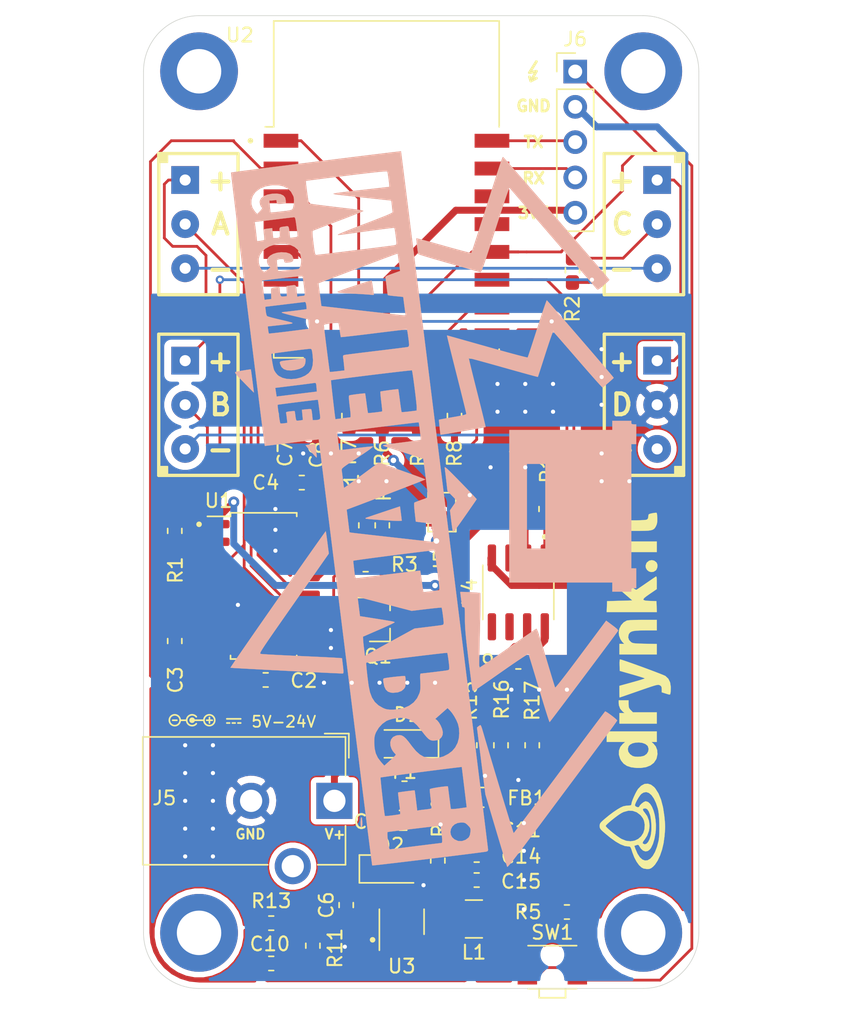
<source format=kicad_pcb>
(kicad_pcb (version 20171130) (host pcbnew "(5.1.5-0-10_14)")
  (layers (0 F.Cu signal) (31 B.Cu signal) (35 F.Paste user) (36 B.SilkS user) (37 F.SilkS user) (38 B.Mask user) (39 F.Mask user) (44 Edge.Cuts user))
  (net 0 "")
  (net 1 GND)
  (net 2 /CELL_E+)
  (net 3 "Net-(C2-Pad2)")
  (net 4 "Net-(C3-Pad2)")
  (net 5 "Net-(C3-Pad1)")
  (net 6 +3V3)
  (net 7 /CELL_S+)
  (net 8 /CELL_S-)
  (net 9 "Net-(Q1-Pad1)")
  (net 10 "Net-(R3-Pad2)")
  (net 11 /ADC_CLK)
  (net 12 /ADC_DOUT)
  (net 13 /ADC_SCK)
  (net 14 "Net-(U2-Pad13)")
  (net 15 "Net-(U2-Pad12)")
  (net 16 "Net-(U2-Pad11)")
  (net 17 "Net-(U2-Pad10)")
  (net 18 "Net-(U2-Pad9)")
  (net 19 "Net-(U2-Pad4)")
  (net 20 "Net-(J1-Pad3)")
  (net 21 "Net-(J1-Pad1)")
  (net 22 "Net-(J2-Pad3)")
  (net 23 "Net-(J3-Pad1)")
  (net 24 +VDC)
  (net 25 "Net-(R8-Pad1)")
  (net 26 "Net-(R7-Pad1)")
  (net 27 "Net-(R6-Pad1)")
  (net 28 "Net-(D1-Pad1)")
  (net 29 "Net-(C6-Pad2)")
  (net 30 "Net-(C6-Pad1)")
  (net 31 "Net-(C10-Pad2)")
  (net 32 "Net-(C10-Pad1)")
  (net 33 /BOOTLOADER)
  (net 34 "Net-(R10-Pad1)")
  (net 35 /TX)
  (net 36 /RX)
  (net 37 /V_SENSE)
  (net 38 "Net-(JP1-Pad2)")
  (net 39 /SDA)
  (net 40 /SCL)
  (net 41 "Net-(R15-Pad2)")
  (net 42 "Net-(R16-Pad1)")
  (net 43 "Net-(U2-Pad20)")
  (net 44 "Net-(U4-Pad7)")
  (net 45 "Net-(U4-Pad6)")
  (net 46 "Net-(U4-Pad5)")
  (net 47 "Net-(U4-Pad3)")
  (net 48 "Net-(U2-Pad19)")
  (module Capacitor_SMD:C_0805_2012Metric_Pad1.15x1.40mm_HandSolder (layer F.Cu) (at 35.7 74.9)
    (fp_text reference C5 (at -2.6 0.1) (layer F.SilkS))
    (fp_text value 4.7uF/25V)
    (pad 2 smd roundrect (at 1.025 0) (size 1.15 1.4) (layers F.Cu F.Paste F.Mask) (roundrect_rratio 0.217391) (net 1 GND))
    (pad 1 smd roundrect (at -1.025 0) (size 1.15 1.4) (layers F.Cu F.Paste F.Mask) (roundrect_rratio 0.217391) (net 37 /V_SENSE))
  )
  (module scale:logo (layer F.Cu) (at 52.4 65.2 90)
    (fp_text reference G*** hide)
    (fp_text value LOGO hide)
  )
  (module scale:matekalypse_2 (layer B.Cu) (at 36.9 52.3 270)
    (fp_text reference G*** hide)
    (fp_text value LOGO hide)
  )
  (module Fuse:Fuse_0603_1608Metric_Pad1.05x0.95mm_HandSolder (layer F.Cu) (at 35.8 72.6)
    (fp_text reference F1 (at 0 -1.2) (layer F.SilkS))
    (fp_text value "500mA/24V (CFS06V3T1R0)")
    (pad 1 smd roundrect (at -0.875 0) (size 1.05 0.95) (layers F.Cu F.Paste F.Mask) (net 37 /V_SENSE))
    (pad 2 smd roundrect (at 0.875 0) (size 1.05 0.95) (layers F.Cu F.Paste F.Mask) (net 28 "Net-(D1-Pad1)"))
  )
  (module Connector_PinHeader_2.54mm:PinHeader_1x05_P2.54mm_Vertical (layer F.Cu) (at 48.1 21.02)
    (fp_text reference J6 (at 0 -2.33) (layer F.SilkS))
    (fp_text value Conn_01x05)
    (pad 5 thru_hole oval (at 0 10.16) (size 1.7 1.7) (drill 1) (layers *.Cu *.Mask) (net 6 +3V3))
    (pad 4 thru_hole oval (at 0 7.62) (size 1.7 1.7) (drill 1) (layers *.Cu *.Mask) (net 36 /RX))
    (pad 3 thru_hole oval (at 0 5.08) (size 1.7 1.7) (drill 1) (layers *.Cu *.Mask) (net 35 /TX))
    (pad 2 thru_hole oval (at 0 2.54) (size 1.7 1.7) (drill 1) (layers *.Cu *.Mask) (net 1 GND))
    (pad 1 thru_hole rect (at 0 0) (size 1.7 1.7) (drill 1) (layers *.Cu *.Mask) (net 33 /BOOTLOADER))
  )
  (module Package_SO:SOIC-8_3.9x4.9mm_P1.27mm (layer F.Cu) (at 44 58.5 270)
    (fp_text reference U4 (at 0 3.5 90) (layer F.SilkS))
    (fp_text value LM75B)
    (pad 8 smd roundrect (at 2.475 -1.905 270) (size 1.95 0.6) (layers F.Cu F.Paste F.Mask) (net 6 +3V3))
    (pad 7 smd roundrect (at 2.475 -0.635 270) (size 1.95 0.6) (layers F.Cu F.Paste F.Mask) (net 44 "Net-(U4-Pad7)"))
    (pad 6 smd roundrect (at 2.475 0.635 270) (size 1.95 0.6) (layers F.Cu F.Paste F.Mask) (net 45 "Net-(U4-Pad6)"))
    (pad 5 smd roundrect (at 2.475 1.905 270) (size 1.95 0.6) (layers F.Cu F.Paste F.Mask) (net 46 "Net-(U4-Pad5)"))
    (pad 4 smd roundrect (at -2.475 1.905 270) (size 1.95 0.6) (layers F.Cu F.Paste F.Mask) (net 1 GND))
    (pad 3 smd roundrect (at -2.475 0.635 270) (size 1.95 0.6) (layers F.Cu F.Paste F.Mask) (net 47 "Net-(U4-Pad3)"))
    (pad 2 smd roundrect (at -2.475 -0.635 270) (size 1.95 0.6) (layers F.Cu F.Paste F.Mask) (net 40 /SCL))
    (pad 1 smd roundrect (at -2.475 -1.905 270) (size 1.95 0.6) (layers F.Cu F.Paste F.Mask) (net 39 /SDA))
  )
  (module Button_Switch_SMD:SW_SPST_EVQP7C (layer F.Cu) (at 46.45 85.47)
    (fp_text reference SW1 (at 0 -2.5) (layer F.SilkS))
    (fp_text value SW_Push)
    (pad "" np_thru_hole circle (at 0 0.9) (size 0.7 0.7) (drill 0.7) (layers *.Cu *.Mask))
    (pad "" np_thru_hole circle (at 0 -0.9) (size 0.7 0.7) (drill 0.7) (layers *.Cu *.Mask))
    (pad 2 smd rect (at -1.8 0.72) (size 1.4 1.05) (layers F.Cu F.Paste F.Mask) (net 33 /BOOTLOADER))
    (pad 2 smd rect (at 1.8 0.72) (size 1.4 1.05) (layers F.Cu F.Paste F.Mask) (net 33 /BOOTLOADER))
    (pad 1 smd rect (at -1.8 -0.72) (size 1.4 1.05) (layers F.Cu F.Paste F.Mask) (net 1 GND))
    (pad 1 smd rect (at 1.8 -0.72) (size 1.4 1.05) (layers F.Cu F.Paste F.Mask) (net 1 GND))
  )
  (module Resistor_SMD:R_0603_1608Metric_Pad1.05x0.95mm_HandSolder (layer F.Cu) (at 45 69.5 90)
    (fp_text reference R17 (at 3.2 0 90) (layer F.SilkS))
    (fp_text value 4.7k)
    (pad 2 smd roundrect (at 0.875 0 90) (size 1.05 0.95) (layers F.Cu F.Paste F.Mask) (net 42 "Net-(R16-Pad1)"))
    (pad 1 smd roundrect (at -0.875 0 90) (size 1.05 0.95) (layers F.Cu F.Paste F.Mask) (net 1 GND))
  )
  (module Resistor_SMD:R_0603_1608Metric_Pad1.05x0.95mm_HandSolder (layer F.Cu) (at 42.75 69.5 270)
    (fp_text reference R16 (at -3.3 -0.05 90) (layer F.SilkS))
    (fp_text value 75k)
    (pad 2 smd roundrect (at 0.875 0 270) (size 1.05 0.95) (layers F.Cu F.Paste F.Mask) (net 41 "Net-(R15-Pad2)"))
    (pad 1 smd roundrect (at -0.875 0 270) (size 1.05 0.95) (layers F.Cu F.Paste F.Mask) (net 42 "Net-(R16-Pad1)"))
  )
  (module Resistor_SMD:R_0603_1608Metric_Pad1.05x0.95mm_HandSolder (layer F.Cu) (at 40.5 69.5 270)
    (fp_text reference R15 (at -3.2 0 90) (layer F.SilkS))
    (fp_text value 75k)
    (pad 2 smd roundrect (at 0.875 0 270) (size 1.05 0.95) (layers F.Cu F.Paste F.Mask) (net 41 "Net-(R15-Pad2)"))
    (pad 1 smd roundrect (at -0.875 0 270) (size 1.05 0.95) (layers F.Cu F.Paste F.Mask) (net 37 /V_SENSE))
  )
  (module Resistor_SMD:R_0603_1608Metric_Pad1.05x0.95mm_HandSolder (layer F.Cu) (at 44 52.5 90)
    (fp_text reference R14 (at 3.2 0 90) (layer F.SilkS))
    (fp_text value 4.7k)
    (pad 2 smd roundrect (at 0.875 0 90) (size 1.05 0.95) (layers F.Cu F.Paste F.Mask) (net 6 +3V3))
    (pad 1 smd roundrect (at -0.875 0 90) (size 1.05 0.95) (layers F.Cu F.Paste F.Mask) (net 40 /SCL))
  )
  (module Resistor_SMD:R_0603_1608Metric_Pad1.05x0.95mm_HandSolder (layer F.Cu) (at 26.2 82.3 180)
    (fp_text reference R13 (at 0 1.6) (layer F.SilkS))
    (fp_text value 75k)
    (pad 2 smd roundrect (at 0.875 0 180) (size 1.05 0.95) (layers F.Cu F.Paste F.Mask) (net 32 "Net-(C10-Pad1)"))
    (pad 1 smd roundrect (at -0.875 0 180) (size 1.05 0.95) (layers F.Cu F.Paste F.Mask) (net 31 "Net-(C10-Pad2)"))
  )
  (module Resistor_SMD:R_0603_1608Metric_Pad1.05x0.95mm_HandSolder (layer F.Cu) (at 46 52.5 270)
    (fp_text reference R12 (at -3.3 -0.1 90) (layer F.SilkS))
    (fp_text value 4.7k)
    (pad 2 smd roundrect (at 0.875 0 270) (size 1.05 0.95) (layers F.Cu F.Paste F.Mask) (net 39 /SDA))
    (pad 1 smd roundrect (at -0.875 0 270) (size 1.05 0.95) (layers F.Cu F.Paste F.Mask) (net 6 +3V3))
  )
  (module Resistor_SMD:R_0603_1608Metric_Pad1.05x0.95mm_HandSolder (layer F.Cu) (at 29.2 83.925 90)
    (fp_text reference R11 (at -0.175 1.6 90) (layer F.SilkS))
    (fp_text value 24k)
    (pad 2 smd roundrect (at 0.875 0 90) (size 1.05 0.95) (layers F.Cu F.Paste F.Mask) (net 1 GND))
    (pad 1 smd roundrect (at -0.875 0 90) (size 1.05 0.95) (layers F.Cu F.Paste F.Mask) (net 31 "Net-(C10-Pad2)"))
  )
  (module Resistor_SMD:R_0603_1608Metric_Pad1.05x0.95mm_HandSolder (layer F.Cu) (at 38.2 77.8 90)
    (fp_text reference R10 (at 3.1 0.1 90) (layer F.SilkS))
    (fp_text value 4.7k)
    (pad 2 smd roundrect (at 0.875 0 90) (size 1.05 0.95) (layers F.Cu F.Paste F.Mask) (net 37 /V_SENSE))
    (pad 1 smd roundrect (at -0.875 0 90) (size 1.05 0.95) (layers F.Cu F.Paste F.Mask) (net 34 "Net-(R10-Pad1)"))
  )
  (module Resistor_SMD:R_0603_1608Metric_Pad1.05x0.95mm_HandSolder (layer F.Cu) (at 36.8 45.8 270)
    (fp_text reference R9 (at 2.7 0 90) (layer F.SilkS))
    (fp_text value 4.7k)
    (pad 2 smd roundrect (at 0.875 0 270) (size 1.05 0.95) (layers F.Cu F.Paste F.Mask) (net 6 +3V3))
    (pad 1 smd roundrect (at -0.875 0 270) (size 1.05 0.95) (layers F.Cu F.Paste F.Mask) (net 33 /BOOTLOADER))
  )
  (module Resistor_SMD:R_0603_1608Metric_Pad1.05x0.95mm_HandSolder (layer F.Cu) (at 39.4 45.8 270)
    (fp_text reference R8 (at 2.7 0 90) (layer F.SilkS))
    (fp_text value 4.7k)
    (pad 2 smd roundrect (at 0.875 0 270) (size 1.05 0.95) (layers F.Cu F.Paste F.Mask) (net 1 GND))
    (pad 1 smd roundrect (at -0.875 0 270) (size 1.05 0.95) (layers F.Cu F.Paste F.Mask) (net 25 "Net-(R8-Pad1)"))
  )
  (module Resistor_SMD:R_0603_1608Metric_Pad1.05x0.95mm_HandSolder (layer F.Cu) (at 31.8 45.8 270)
    (fp_text reference R7 (at 2.6 0 90) (layer F.SilkS))
    (fp_text value 4.7k)
    (pad 2 smd roundrect (at 0.875 0 270) (size 1.05 0.95) (layers F.Cu F.Paste F.Mask) (net 6 +3V3))
    (pad 1 smd roundrect (at -0.875 0 270) (size 1.05 0.95) (layers F.Cu F.Paste F.Mask) (net 26 "Net-(R7-Pad1)"))
  )
  (module Resistor_SMD:R_0603_1608Metric_Pad1.05x0.95mm_HandSolder (layer F.Cu) (at 34.2 45.8 270)
    (fp_text reference R6 (at 2.7 0 90) (layer F.SilkS))
    (fp_text value 4.7k)
    (pad 2 smd roundrect (at 0.875 0 270) (size 1.05 0.95) (layers F.Cu F.Paste F.Mask) (net 6 +3V3))
    (pad 1 smd roundrect (at -0.875 0 270) (size 1.05 0.95) (layers F.Cu F.Paste F.Mask) (net 27 "Net-(R6-Pad1)"))
  )
  (module Resistor_SMD:R_0603_1608Metric_Pad1.05x0.95mm_HandSolder (layer F.Cu) (at 47.5 81.5)
    (fp_text reference R5 (at -2.8 0) (layer F.SilkS))
    (fp_text value 4.7k)
    (pad 2 smd roundrect (at 0.875 0) (size 1.05 0.95) (layers F.Cu F.Paste F.Mask) (net 33 /BOOTLOADER))
    (pad 1 smd roundrect (at -0.875 0) (size 1.05 0.95) (layers F.Cu F.Paste F.Mask) (net 6 +3V3))
  )
  (module Resistor_SMD:R_0603_1608Metric_Pad1.05x0.95mm_HandSolder (layer F.Cu) (at 34.2 53.675 90)
    (fp_text reference R4 (at 2.675 0.1 90) (layer F.SilkS))
    (fp_text value 8.2K)
    (pad 2 smd roundrect (at 0.875 0 90) (size 1.05 0.95) (layers F.Cu F.Paste F.Mask) (net 1 GND))
    (pad 1 smd roundrect (at -0.875 0 90) (size 1.05 0.95) (layers F.Cu F.Paste F.Mask) (net 10 "Net-(R3-Pad2)"))
  )
  (module Resistor_SMD:R_0603_1608Metric_Pad1.05x0.95mm_HandSolder (layer F.Cu) (at 33 56.5)
    (fp_text reference R3 (at 2.8 0) (layer F.SilkS))
    (fp_text value 20K)
    (pad 2 smd roundrect (at 0.875 0) (size 1.05 0.95) (layers F.Cu F.Paste F.Mask) (net 10 "Net-(R3-Pad2)"))
    (pad 1 smd roundrect (at -0.875 0) (size 1.05 0.95) (layers F.Cu F.Paste F.Mask) (net 2 /CELL_E+))
  )
  (module Resistor_SMD:R_0603_1608Metric_Pad1.05x0.95mm_HandSolder (layer F.Cu) (at 47.9 35.325 90)
    (fp_text reference R2 (at -2.775 0 90) (layer F.SilkS))
    (fp_text value 100)
    (pad 2 smd roundrect (at 0.875 0 90) (size 1.05 0.95) (layers F.Cu F.Paste F.Mask) (net 7 /CELL_S+))
    (pad 1 smd roundrect (at -0.875 0 90) (size 1.05 0.95) (layers F.Cu F.Paste F.Mask) (net 4 "Net-(C3-Pad2)"))
  )
  (module Resistor_SMD:R_0603_1608Metric_Pad1.05x0.95mm_HandSolder (layer F.Cu) (at 19.25 54.075 90)
    (fp_text reference R1 (at -2.825 0.05 90) (layer F.SilkS))
    (fp_text value 100)
    (pad 2 smd roundrect (at 0.875 0 90) (size 1.05 0.95) (layers F.Cu F.Paste F.Mask) (net 8 /CELL_S-))
    (pad 1 smd roundrect (at -0.875 0 90) (size 1.05 0.95) (layers F.Cu F.Paste F.Mask) (net 5 "Net-(C3-Pad1)"))
  )
  (module Inductor_SMD:L_1210_3225Metric_Pad1.42x2.65mm_HandSolder (layer F.Cu) (at 40.8 82)
    (fp_text reference L1 (at 0 2.4) (layer F.SilkS))
    (fp_text value "2.2 - 4.7uH")
    (pad 2 smd roundrect (at 1.4875 0) (size 1.425 2.65) (layers F.Cu F.Paste F.Mask) (roundrect_rratio 0.175439) (net 32 "Net-(C10-Pad1)"))
    (pad 1 smd roundrect (at -1.4875 0) (size 1.425 2.65) (layers F.Cu F.Paste F.Mask) (roundrect_rratio 0.175439) (net 29 "Net-(C6-Pad2)"))
  )
  (module Jumper:SolderJumper-2_P1.3mm_Open_TrianglePad1.0x1.5mm (layer F.Cu) (at 38.5 52.725 90)
    (fp_text reference JP1 (at -3.05 -0.05 90) (layer F.SilkS))
    (fp_text value Jumper_NO_Small)
    (pad 1 smd custom (at -0.725 0 90) (size 0.3 0.3) (layers F.Cu F.Mask) (net 11 /ADC_CLK) (options (clearance outline) (anchor rect)) (primitives (gr_poly (pts (xy -0.5 -0.75) (xy 0.5 -0.75) (xy 1 0) (xy 0.5 0.75) (xy -0.5 0.75)) (width 0))))
    (pad 2 smd custom (at 0.725 0 90) (size 0.3 0.3) (layers F.Cu F.Mask) (net 38 "Net-(JP1-Pad2)") (options (clearance outline) (anchor rect)) (primitives (gr_poly (pts (xy -0.65 -0.75) (xy 0.5 -0.75) (xy 0.5 0.75) (xy -0.65 0.75) (xy -0.15 0)) (width 0))))
  )
  (module Diode_SMD:D_SOD-123 (layer F.Cu) (at 34.8 78.4)
    (fp_text reference D2 (at 0 -1.7) (layer F.SilkS))
    (fp_text value B5819W)
    (pad 2 smd rect (at 1.65 0) (size 0.9 1.2) (layers F.Cu F.Paste F.Mask) (net 1 GND))
    (pad 1 smd rect (at -1.65 0) (size 0.9 1.2) (layers F.Cu F.Paste F.Mask) (net 29 "Net-(C6-Pad2)"))
  )
  (module Capacitor_SMD:C_0603_1608Metric_Pad1.05x0.95mm_HandSolder (layer F.Cu) (at 41 79.2 180)
    (fp_text reference C15 (at -3.2 -0.1) (layer F.SilkS))
    (fp_text value DNP)
    (pad 2 smd roundrect (at 0.875 0 180) (size 1.05 0.95) (layers F.Cu F.Paste F.Mask) (net 32 "Net-(C10-Pad1)"))
    (pad 1 smd roundrect (at -0.875 0 180) (size 1.05 0.95) (layers F.Cu F.Paste F.Mask) (net 1 GND))
  )
  (module Capacitor_SMD:C_0603_1608Metric_Pad1.05x0.95mm_HandSolder (layer F.Cu) (at 41 77.4 180)
    (fp_text reference C14 (at -3.2 -0.1) (layer F.SilkS))
    (fp_text value DNP)
    (pad 2 smd roundrect (at 0.875 0 180) (size 1.05 0.95) (layers F.Cu F.Paste F.Mask) (net 32 "Net-(C10-Pad1)"))
    (pad 1 smd roundrect (at -0.875 0 180) (size 1.05 0.95) (layers F.Cu F.Paste F.Mask) (net 1 GND))
  )
  (module Capacitor_SMD:C_0603_1608Metric_Pad1.05x0.95mm_HandSolder (layer F.Cu) (at 41 75.6)
    (fp_text reference C11 (at 3.2 0) (layer F.SilkS))
    (fp_text value 10uF)
    (pad 2 smd roundrect (at 0.875 0) (size 1.05 0.95) (layers F.Cu F.Paste F.Mask) (net 1 GND))
    (pad 1 smd roundrect (at -0.875 0) (size 1.05 0.95) (layers F.Cu F.Paste F.Mask) (net 32 "Net-(C10-Pad1)"))
  )
  (module Capacitor_SMD:C_0603_1608Metric_Pad1.05x0.95mm_HandSolder (layer F.Cu) (at 26.2 85.2)
    (fp_text reference C10 (at -0.1 -1.4) (layer F.SilkS))
    (fp_text value 33pF)
    (pad 2 smd roundrect (at 0.875 0) (size 1.05 0.95) (layers F.Cu F.Paste F.Mask) (net 31 "Net-(C10-Pad2)"))
    (pad 1 smd roundrect (at -0.875 0) (size 1.05 0.95) (layers F.Cu F.Paste F.Mask) (net 32 "Net-(C10-Pad1)"))
  )
  (module Capacitor_SMD:C_0603_1608Metric_Pad1.05x0.95mm_HandSolder (layer F.Cu) (at 44 63.5)
    (fp_text reference C9 (at -2.7 0) (layer F.SilkS))
    (fp_text value 0.1uF)
    (pad 2 smd roundrect (at 0.875 0) (size 1.05 0.95) (layers F.Cu F.Paste F.Mask) (net 1 GND))
    (pad 1 smd roundrect (at -0.875 0) (size 1.05 0.95) (layers F.Cu F.Paste F.Mask) (net 6 +3V3))
  )
  (module Capacitor_SMD:C_0603_1608Metric_Pad1.05x0.95mm_HandSolder (layer F.Cu) (at 29.4 45.8 90)
    (fp_text reference C8 (at -2.8 0.1 90) (layer F.SilkS))
    (fp_text value 100nF)
    (pad 2 smd roundrect (at 0.875 0 90) (size 1.05 0.95) (layers F.Cu F.Paste F.Mask) (net 6 +3V3))
    (pad 1 smd roundrect (at -0.875 0 90) (size 1.05 0.95) (layers F.Cu F.Paste F.Mask) (net 1 GND))
  )
  (module Capacitor_SMD:C_0603_1608Metric_Pad1.05x0.95mm_HandSolder (layer F.Cu) (at 27.2 45.8 90)
    (fp_text reference C7 (at -2.7 0 90) (layer F.SilkS))
    (fp_text value 10uF)
    (pad 2 smd roundrect (at 0.875 0 90) (size 1.05 0.95) (layers F.Cu F.Paste F.Mask) (net 6 +3V3))
    (pad 1 smd roundrect (at -0.875 0 90) (size 1.05 0.95) (layers F.Cu F.Paste F.Mask) (net 1 GND))
  )
  (module Capacitor_SMD:C_0603_1608Metric_Pad1.05x0.95mm_HandSolder (layer F.Cu) (at 31.6 81 90)
    (fp_text reference C6 (at 0 -1.43 90) (layer F.SilkS))
    (fp_text value 100nF)
    (pad 2 smd roundrect (at 0.875 0 90) (size 1.05 0.95) (layers F.Cu F.Paste F.Mask) (net 29 "Net-(C6-Pad2)"))
    (pad 1 smd roundrect (at -0.875 0 90) (size 1.05 0.95) (layers F.Cu F.Paste F.Mask) (net 30 "Net-(C6-Pad1)"))
  )
  (module Capacitor_SMD:C_0603_1608Metric_Pad1.05x0.95mm_HandSolder (layer F.Cu) (at 28.4 50.6)
    (fp_text reference C4 (at -2.6 0) (layer F.SilkS))
    (fp_text value 10uF)
    (pad 2 smd roundrect (at 0.875 0) (size 1.05 0.95) (layers F.Cu F.Paste F.Mask) (net 1 GND))
    (pad 1 smd roundrect (at -0.875 0) (size 1.05 0.95) (layers F.Cu F.Paste F.Mask) (net 6 +3V3))
  )
  (module Capacitor_SMD:C_0603_1608Metric_Pad1.05x0.95mm_HandSolder (layer F.Cu) (at 19.25 62 270)
    (fp_text reference C3 (at 2.8 -0.05 90) (layer F.SilkS))
    (fp_text value 0.1uF)
    (pad 2 smd roundrect (at 0.875 0 270) (size 1.05 0.95) (layers F.Cu F.Paste F.Mask) (net 4 "Net-(C3-Pad2)"))
    (pad 1 smd roundrect (at -0.875 0 270) (size 1.05 0.95) (layers F.Cu F.Paste F.Mask) (net 5 "Net-(C3-Pad1)"))
  )
  (module Capacitor_SMD:C_0603_1608Metric_Pad1.05x0.95mm_HandSolder (layer F.Cu) (at 25.8 64.8 180)
    (fp_text reference C2 (at -2.75 -0.05) (layer F.SilkS))
    (fp_text value 0.1uF)
    (pad 2 smd roundrect (at 0.875 0 180) (size 1.05 0.95) (layers F.Cu F.Paste F.Mask) (net 3 "Net-(C2-Pad2)"))
    (pad 1 smd roundrect (at -0.875 0 180) (size 1.05 0.95) (layers F.Cu F.Paste F.Mask) (net 1 GND))
  )
  (module Capacitor_SMD:C_0603_1608Metric_Pad1.05x0.95mm_HandSolder (layer F.Cu) (at 32 53.675 90)
    (fp_text reference C1 (at 2.775 0 90) (layer F.SilkS))
    (fp_text value 10uF)
    (pad 2 smd roundrect (at 0.875 0 90) (size 1.05 0.95) (layers F.Cu F.Paste F.Mask) (net 1 GND))
    (pad 1 smd roundrect (at -0.875 0 90) (size 1.05 0.95) (layers F.Cu F.Paste F.Mask) (net 2 /CELL_E+))
  )
  (module Package_TO_SOT_SMD:SOT-23-6_Handsoldering (layer F.Cu) (at 35.6 82.2 90)
    (fp_text reference U3 (at -3.2 0 180) (layer F.SilkS))
    (fp_text value MP2451)
    (pad 5 smd rect (at 1.35 0 90) (size 1.56 0.65) (layers F.Cu F.Paste F.Mask) (net 37 /V_SENSE))
    (pad 6 smd rect (at 1.35 -0.95 90) (size 1.56 0.65) (layers F.Cu F.Paste F.Mask) (net 29 "Net-(C6-Pad2)"))
    (pad 4 smd rect (at 1.35 0.95 90) (size 1.56 0.65) (layers F.Cu F.Paste F.Mask) (net 34 "Net-(R10-Pad1)"))
    (pad 3 smd rect (at -1.35 0.95 90) (size 1.56 0.65) (layers F.Cu F.Paste F.Mask) (net 31 "Net-(C10-Pad2)"))
    (pad 2 smd rect (at -1.35 0 90) (size 1.56 0.65) (layers F.Cu F.Paste F.Mask) (net 1 GND))
    (pad 1 smd rect (at -1.35 -0.95 90) (size 1.56 0.65) (layers F.Cu F.Paste F.Mask) (net 30 "Net-(C6-Pad1)"))
  )
  (module Inductor_SMD:L_0805_2012Metric_Pad1.15x1.40mm_HandSolder (layer F.Cu) (at 41.25 73.25)
    (fp_text reference FB1 (at 3.35 0.05) (layer F.SilkS))
    (fp_text value GZ2012D601TF)
    (pad 1 smd roundrect (at -1.025 0) (size 1.15 1.4) (layers F.Cu F.Paste F.Mask) (roundrect_rratio 0.217391) (net 32 "Net-(C10-Pad1)"))
    (pad 2 smd roundrect (at 1.025 0) (size 1.15 1.4) (layers F.Cu F.Paste F.Mask) (roundrect_rratio 0.217391) (net 6 +3V3))
  )
  (module Diode_SMD:D_SOD-123 (layer F.Cu) (at 36 69.4 180)
    (fp_text reference D1 (at 0 2.1) (layer F.SilkS))
    (fp_text value B5819W)
    (pad 2 smd rect (at 1.65 0 180) (size 0.9 1.2) (layers F.Cu F.Paste F.Mask) (net 24 +VDC))
    (pad 1 smd rect (at -1.65 0 180) (size 0.9 1.2) (layers F.Cu F.Paste F.Mask) (net 28 "Net-(D1-Pad1)"))
  )
  (module Connector_BarrelJack:BarrelJack_CUI_PJ-102AH_Horizontal (layer F.Cu) (at 30.75 73.5 270)
    (fp_text reference J5 (at -0.2 12.25) (layer F.SilkS))
    (fp_text value Jack-DC)
    (pad 3 thru_hole circle (at 4.7 3 270) (size 2.6 2.6) (drill 1.6) (layers *.Cu *.Mask))
    (pad 2 thru_hole circle (at 0 6 270) (size 2.6 2.6) (drill 1.6) (layers *.Cu *.Mask) (net 1 GND))
    (pad 1 thru_hole rect (at 0 0 270) (size 2.6 2.6) (drill 1.6) (layers *.Cu *.Mask) (net 24 +VDC))
  )
  (module Connector_Wire:SolderWirePad_1x03_P3.175mm_Drill0.8mm (layer F.Cu) (at 54 41.825 270)
    (fp_text reference J4 hide)
    (fp_text value "Cell D")
    (pad 3 thru_hole circle (at 6.35 0 270) (size 1.99898 1.99898) (drill 0.8001) (layers *.Cu *.Mask) (net 22 "Net-(J2-Pad3)"))
    (pad 2 thru_hole circle (at 3.175 0 270) (size 1.99898 1.99898) (drill 0.8001) (layers *.Cu *.Mask) (net 1 GND))
    (pad 1 thru_hole rect (at 0 0 270) (size 1.99898 1.99898) (drill 0.8001) (layers *.Cu *.Mask) (net 23 "Net-(J3-Pad1)"))
  )
  (module Connector_Wire:SolderWirePad_1x03_P3.175mm_Drill0.8mm (layer F.Cu) (at 54 28.825 270)
    (fp_text reference J3 hide)
    (fp_text value "Cell C")
    (pad 3 thru_hole circle (at 6.35 0 270) (size 1.99898 1.99898) (drill 0.8001) (layers *.Cu *.Mask) (net 20 "Net-(J1-Pad3)"))
    (pad 2 thru_hole circle (at 3.175 0 270) (size 1.99898 1.99898) (drill 0.8001) (layers *.Cu *.Mask) (net 7 /CELL_S+))
    (pad 1 thru_hole rect (at 0 0 270) (size 1.99898 1.99898) (drill 0.8001) (layers *.Cu *.Mask) (net 23 "Net-(J3-Pad1)"))
  )
  (module Connector_Wire:SolderWirePad_1x03_P3.175mm_Drill0.8mm (layer F.Cu) (at 20 41.825 270)
    (fp_text reference J2 hide)
    (fp_text value "Cell B")
    (pad 3 thru_hole circle (at 6.35 0 270) (size 1.99898 1.99898) (drill 0.8001) (layers *.Cu *.Mask) (net 22 "Net-(J2-Pad3)"))
    (pad 2 thru_hole circle (at 3.175 0 270) (size 1.99898 1.99898) (drill 0.8001) (layers *.Cu *.Mask) (net 8 /CELL_S-))
    (pad 1 thru_hole rect (at 0 0 270) (size 1.99898 1.99898) (drill 0.8001) (layers *.Cu *.Mask) (net 21 "Net-(J1-Pad1)"))
  )
  (module Connector_Wire:SolderWirePad_1x03_P3.175mm_Drill0.8mm (layer F.Cu) (at 20 28.825 270)
    (fp_text reference J1 hide)
    (fp_text value "Cell A")
    (pad 3 thru_hole circle (at 6.35 0 270) (size 1.99898 1.99898) (drill 0.8001) (layers *.Cu *.Mask) (net 20 "Net-(J1-Pad3)"))
    (pad 2 thru_hole circle (at 3.175 0 270) (size 1.99898 1.99898) (drill 0.8001) (layers *.Cu *.Mask) (net 2 /CELL_E+))
    (pad 1 thru_hole rect (at 0 0 270) (size 1.99898 1.99898) (drill 0.8001) (layers *.Cu *.Mask) (net 21 "Net-(J1-Pad1)"))
  )
  (module MountingHole:MountingHole_3.2mm_M3_DIN965_Pad (layer F.Cu) (at 53 21)
    (fp_text reference REF** hide)
    (fp_text value MountingHole_3.2mm_M3_DIN965_Pad)
    (pad 1 thru_hole circle (at 0 0) (size 5.6 5.6) (drill 3.2) (layers *.Cu *.Mask))
  )
  (module MountingHole:MountingHole_3.2mm_M3_DIN965_Pad (layer F.Cu) (at 21 21)
    (fp_text reference REF** hide)
    (fp_text value MountingHole_3.2mm_M3_DIN965_Pad)
    (pad 1 thru_hole circle (at 0 0) (size 5.6 5.6) (drill 3.2) (layers *.Cu *.Mask))
  )
  (module MountingHole:MountingHole_3.2mm_M3_DIN965_Pad (layer F.Cu) (at 21 83)
    (fp_text reference REF** hide)
    (fp_text value MountingHole_3.2mm_M3_DIN965_Pad hide)
    (pad 1 thru_hole circle (at 0 0) (size 5.6 5.6) (drill 3.2) (layers *.Cu *.Mask))
  )
  (module MountingHole:MountingHole_3.2mm_M3_DIN965_Pad (layer F.Cu) (at 53 83)
    (fp_text reference REF** hide)
    (fp_text value MountingHole_3.2mm_M3_DIN965_Pad hide)
    (pad 1 thru_hole circle (at 0 0) (size 5.6 5.6) (drill 3.2) (layers *.Cu *.Mask))
  )
  (module Package_SO:SOP-16_4.55x10.3mm_P1.27mm (layer F.Cu) (at 25.652 58.035)
    (fp_text reference U1 (at -3.252 -6.135) (layer F.SilkS))
    (fp_text value HX711)
    (pad 1 smd roundrect (at -3.25 -4.445) (size 1.6 0.6) (layers F.Cu F.Paste F.Mask) (net 6 +3V3))
    (pad 2 smd roundrect (at -3.25 -3.175) (size 1.6 0.6) (layers F.Cu F.Paste F.Mask) (net 9 "Net-(Q1-Pad1)"))
    (pad 3 smd roundrect (at -3.25 -1.905) (size 1.6 0.6) (layers F.Cu F.Paste F.Mask) (net 2 /CELL_E+))
    (pad 4 smd roundrect (at -3.25 -0.635) (size 1.6 0.6) (layers F.Cu F.Paste F.Mask) (net 10 "Net-(R3-Pad2)"))
    (pad 5 smd roundrect (at -3.25 0.635) (size 1.6 0.6) (layers F.Cu F.Paste F.Mask) (net 1 GND))
    (pad 6 smd roundrect (at -3.25 1.905) (size 1.6 0.6) (layers F.Cu F.Paste F.Mask) (net 3 "Net-(C2-Pad2)"))
    (pad 7 smd roundrect (at -3.25 3.175) (size 1.6 0.6) (layers F.Cu F.Paste F.Mask) (net 5 "Net-(C3-Pad1)"))
    (pad 8 smd roundrect (at -3.25 4.445) (size 1.6 0.6) (layers F.Cu F.Paste F.Mask) (net 4 "Net-(C3-Pad2)"))
    (pad 9 smd roundrect (at 3.25 4.445) (size 1.6 0.6) (layers F.Cu F.Paste F.Mask) (net 1 GND))
    (pad 10 smd roundrect (at 3.25 3.175) (size 1.6 0.6) (layers F.Cu F.Paste F.Mask) (net 1 GND))
    (pad 11 smd roundrect (at 3.25 1.905) (size 1.6 0.6) (layers F.Cu F.Paste F.Mask) (net 13 /ADC_SCK))
    (pad 12 smd roundrect (at 3.25 0.635) (size 1.6 0.6) (layers F.Cu F.Paste F.Mask) (net 12 /ADC_DOUT))
    (pad 13 smd roundrect (at 3.25 -0.635) (size 1.6 0.6) (layers F.Cu F.Paste F.Mask) (net 11 /ADC_CLK))
    (pad 14 smd roundrect (at 3.25 -1.905) (size 1.6 0.6) (layers F.Cu F.Paste F.Mask) (net 1 GND))
    (pad 15 smd roundrect (at 3.25 -3.175) (size 1.6 0.6) (layers F.Cu F.Paste F.Mask) (net 1 GND))
    (pad 16 smd roundrect (at 3.25 -4.445) (size 1.6 0.6) (layers F.Cu F.Paste F.Mask) (net 6 +3V3))
  )
  (module RF_Module:ESP-12E (layer F.Cu) (at 34.5 29.5)
    (fp_text reference U2 (at -10.56 -11.1) (layer F.SilkS))
    (fp_text value ESP-12E)
    (pad 22 smd rect (at 7.6 -3.5) (size 2.5 1) (layers F.Cu F.Paste F.Mask) (net 35 /TX))
    (pad 21 smd rect (at 7.6 -1.5) (size 2.5 1) (layers F.Cu F.Paste F.Mask) (net 36 /RX))
    (pad 20 smd rect (at 7.6 0.5) (size 2.5 1) (layers F.Cu F.Paste F.Mask) (net 43 "Net-(U2-Pad20)"))
    (pad 19 smd rect (at 7.6 2.5) (size 2.5 1) (layers F.Cu F.Paste F.Mask) (net 48 "Net-(U2-Pad19)"))
    (pad 18 smd rect (at 7.6 4.5) (size 2.5 1) (layers F.Cu F.Paste F.Mask) (net 33 /BOOTLOADER))
    (pad 17 smd rect (at 7.6 6.5) (size 2.5 1) (layers F.Cu F.Paste F.Mask) (net 39 /SDA))
    (pad 16 smd rect (at 7.6 8.5) (size 2.5 1) (layers F.Cu F.Paste F.Mask) (net 25 "Net-(R8-Pad1)"))
    (pad 15 smd rect (at 7.6 10.5) (size 2.5 1) (layers F.Cu F.Paste F.Mask) (net 1 GND))
    (pad 14 smd rect (at 5 12) (size 1 1.8) (layers F.Cu F.Paste F.Mask) (net 38 "Net-(JP1-Pad2)"))
    (pad 13 smd rect (at 3 12) (size 1 1.8) (layers F.Cu F.Paste F.Mask) (net 14 "Net-(U2-Pad13)"))
    (pad 12 smd rect (at 1 12) (size 1 1.8) (layers F.Cu F.Paste F.Mask) (net 15 "Net-(U2-Pad12)"))
    (pad 11 smd rect (at -1 12) (size 1 1.8) (layers F.Cu F.Paste F.Mask) (net 16 "Net-(U2-Pad11)"))
    (pad 10 smd rect (at -3 12) (size 1 1.8) (layers F.Cu F.Paste F.Mask) (net 17 "Net-(U2-Pad10)"))
    (pad 9 smd rect (at -5 12) (size 1 1.8) (layers F.Cu F.Paste F.Mask) (net 18 "Net-(U2-Pad9)"))
    (pad 8 smd rect (at -7.6 10.5) (size 2.5 1) (layers F.Cu F.Paste F.Mask) (net 6 +3V3))
    (pad 7 smd rect (at -7.6 8.5) (size 2.5 1) (layers F.Cu F.Paste F.Mask) (net 12 /ADC_DOUT))
    (pad 6 smd rect (at -7.6 6.5) (size 2.5 1) (layers F.Cu F.Paste F.Mask) (net 13 /ADC_SCK))
    (pad 5 smd rect (at -7.6 4.5) (size 2.5 1) (layers F.Cu F.Paste F.Mask) (net 40 /SCL))
    (pad 4 smd rect (at -7.6 2.5) (size 2.5 1) (layers F.Cu F.Paste F.Mask) (net 19 "Net-(U2-Pad4)"))
    (pad 3 smd rect (at -7.6 0.5) (size 2.5 1) (layers F.Cu F.Paste F.Mask) (net 26 "Net-(R7-Pad1)"))
    (pad 2 smd rect (at -7.6 -1.5) (size 2.5 1) (layers F.Cu F.Paste F.Mask) (net 42 "Net-(R16-Pad1)"))
    (pad 1 smd rect (at -7.6 -3.5) (size 2.5 1) (layers F.Cu F.Paste F.Mask) (net 27 "Net-(R6-Pad1)"))
  )
  (module Package_TO_SOT_SMD:SOT-23_Handsoldering (layer F.Cu) (at 34 60.45)
    (fp_text reference Q1 (at -0.1 2.65) (layer F.SilkS))
    (fp_text value Q_PNP_BCE)
    (pad 3 smd rect (at 1.5 0) (size 1.9 0.8) (layers F.Cu F.Paste F.Mask) (net 6 +3V3))
    (pad 2 smd rect (at -1.5 0.95) (size 1.9 0.8) (layers F.Cu F.Paste F.Mask) (net 2 /CELL_E+))
    (pad 1 smd rect (at -1.5 -0.95) (size 1.9 0.8) (layers F.Cu F.Paste F.Mask) (net 9 "Net-(Q1-Pad1)"))
  )
  (gr_arc (start 20.500001 67.700001) (end 20.8 67.45) (angle -280.38867) (layer F.SilkS) (width 0.12))
  (gr_line (start 44.9 21.7) (end 45.3 21.5) (layer F.SilkS) (width 0.2))
  (gr_line (start 44.8 21.4) (end 44.9 21.7) (layer F.SilkS) (width 0.2))
  (gr_line (start 45.3 21) (end 44.9 21.7) (layer F.SilkS) (width 0.2))
  (gr_line (start 44.8 21.1) (end 45.3 21) (layer F.SilkS) (width 0.2))
  (gr_line (start 45.3 20.3) (end 44.8 21.1) (layer F.SilkS) (width 0.2))
  (gr_text 3V3 (at 45.1 31.2) (layer F.SilkS) (effects (font (size 0.8 0.8) (thickness 0.2))))
  (gr_text RX (at 45.1 28.7) (layer F.SilkS) (effects (font (size 0.8 0.8) (thickness 0.2))))
  (gr_text TX (at 45.1 26.1) (layer F.SilkS) (effects (font (size 0.8 0.8) (thickness 0.2))))
  (gr_text GND (at 45.1 23.5) (layer F.SilkS) (effects (font (size 0.8 0.8) (thickness 0.2))))
  (gr_circle (center 33.5 83.5) (end 33.6 83.5) (layer F.SilkS) (width 0.2))
  (gr_circle (center 24.7 26) (end 24.8 26) (layer F.SilkS) (width 0.2))
  (gr_circle (center 21 53.6) (end 21.1 53.6) (layer F.SilkS) (width 0.2))
  (gr_circle (center 45.9 54.5) (end 46 54.5) (layer F.SilkS) (width 0.2))
  (gr_line (start 21.55 67.7) (end 21.95 67.7) (layer F.SilkS) (width 0.12))
  (gr_line (start 21.75 67.5) (end 21.75 67.9) (layer F.SilkS) (width 0.12))
  (gr_line (start 19.1 67.7) (end 19.4 67.7) (layer F.SilkS) (width 0.12))
  (gr_line (start 20.1 67.7) (end 19.65 67.7) (layer F.SilkS) (width 0.12))
  (gr_circle (center 19.25 67.7) (end 19 68) (layer F.SilkS) (width 0.12))
  (gr_circle (center 21.740512 67.7) (end 21.490512 68) (layer F.SilkS) (width 0.12))
  (gr_line (start 20.5 67.7) (end 21.3 67.7) (layer F.SilkS) (width 0.12))
  (gr_circle (center 20.5 67.7) (end 20.6 67.7) (layer F.SilkS) (width 0.2))
  (gr_line (start 23.8 67.9) (end 24 67.9) (layer F.SilkS) (width 0.12))
  (gr_line (start 23.4 67.9) (end 23.6 67.9) (layer F.SilkS) (width 0.12))
  (gr_line (start 23 67.9) (end 23.2 67.9) (layer F.SilkS) (width 0.12))
  (gr_line (start 23 67.6) (end 24 67.6) (layer F.SilkS) (width 0.12))
  (gr_text 5V-24V (at 27.1 67.81) (layer F.SilkS) (effects (font (size 0.8 0.8) (thickness 0.125))))
  (gr_text V+ (at 30.8 75.9) (layer F.SilkS) (effects (font (size 0.7 0.7))))
  (gr_text GND (at 24.7 75.9) (layer F.SilkS) (effects (font (size 0.7 0.7))))
  (gr_arc (start 53 83) (end 53 87) (angle -90) (layer Edge.Cuts) (width 0.05))
  (gr_arc (start 21 83) (end 17 83) (angle -90) (layer Edge.Cuts) (width 0.05))
  (gr_arc (start 53 21) (end 57 21) (angle -90) (layer Edge.Cuts) (width 0.05))
  (gr_arc (start 21 21) (end 21 17) (angle -90) (layer Edge.Cuts) (width 0.05))
  (gr_text - (at 22.54 48.175) (layer F.SilkS) (effects (font (size 1.5 1.5) (thickness 0.3))))
  (gr_poly (pts (xy 55.905 27.555) (xy 55.27 27.555) (xy 55.27 26.92) (xy 55.905 26.92)) (layer F.SilkS) (width 0.1))
  (gr_poly (pts (xy 55.905 50.08) (xy 55.27 50.08) (xy 55.27 49.445) (xy 55.905 49.445)) (layer F.SilkS) (width 0.1))
  (gr_poly (pts (xy 18.73 50.08) (xy 18.095 50.08) (xy 18.095 49.445) (xy 18.73 49.445)) (layer F.SilkS) (width 0.1))
  (gr_poly (pts (xy 18.73 27.555) (xy 18.095 27.555) (xy 18.095 26.92) (xy 18.73 26.92)) (layer F.SilkS) (width 0.1))
  (gr_text - (at 51.46 48.175) (layer F.SilkS) (effects (font (size 1.5 1.5) (thickness 0.3))))
  (gr_text D (at 51.46 45) (layer F.SilkS) (effects (font (size 1.5 1.5) (thickness 0.3))))
  (gr_text + (at 51.46 41.825) (layer F.SilkS) (effects (font (size 1.5 1.5) (thickness 0.3))))
  (gr_text - (at 51.46 35.175) (layer F.SilkS) (effects (font (size 1.5 1.5) (thickness 0.3))))
  (gr_text C (at 51.5 32) (layer F.SilkS) (effects (font (size 1.5 1.5) (thickness 0.3))))
  (gr_text + (at 51.46 28.825) (layer F.SilkS) (effects (font (size 1.5 1.5) (thickness 0.3))))
  (gr_text B (at 22.54 45) (layer F.SilkS) (effects (font (size 1.5 1.5) (thickness 0.3))))
  (gr_text + (at 22.54 41.825) (layer F.SilkS) (effects (font (size 1.5 1.5) (thickness 0.3))))
  (gr_text - (at 22.54 35.175) (layer F.SilkS) (effects (font (size 1.5 1.5) (thickness 0.3))))
  (gr_text A (at 22.54 32) (layer F.SilkS) (effects (font (size 1.5 1.5) (thickness 0.3))))
  (gr_text + (at 22.54 28.825) (layer F.SilkS) (effects (font (size 1.5 1.5) (thickness 0.3))))
  (gr_line (start 50.19 26.92) (end 50.19 37.08) (layer F.SilkS) (width 0.24))
  (gr_line (start 55.905 26.92) (end 50.19 26.92) (layer F.SilkS) (width 0.24))
  (gr_line (start 55.905 37.08) (end 55.905 26.92) (layer F.SilkS) (width 0.24))
  (gr_line (start 50.19 37.08) (end 55.905 37.08) (layer F.SilkS) (width 0.24))
  (gr_line (start 55.905 39.92) (end 50.19 39.92) (layer F.SilkS) (width 0.24))
  (gr_line (start 55.905 50.08) (end 55.905 39.92) (layer F.SilkS) (width 0.24))
  (gr_line (start 55.905 50.08) (end 50.19 50.08) (layer F.SilkS) (width 0.24))
  (gr_line (start 50.19 39.92) (end 50.19 50.08) (layer F.SilkS) (width 0.24))
  (gr_line (start 23.81 39.92) (end 18.095 39.92) (layer F.SilkS) (width 0.24))
  (gr_line (start 23.81 50.08) (end 23.81 39.92) (layer F.SilkS) (width 0.24))
  (gr_line (start 18.095 50.08) (end 23.81 50.08) (layer F.SilkS) (width 0.24))
  (gr_line (start 18.095 39.92) (end 18.095 50.08) (layer F.SilkS) (width 0.24))
  (gr_line (start 23.81 26.92) (end 23.81 37.08) (layer F.SilkS) (width 0.24))
  (gr_line (start 23.81 26.92) (end 18.095 26.92) (layer F.SilkS) (width 0.24))
  (gr_line (start 18.095 37.08) (end 18.095 26.92) (layer F.SilkS) (width 0.24))
  (gr_line (start 18.095 37.08) (end 23.81 37.08) (layer F.SilkS) (width 0.24))
  (gr_line (start 53 17) (end 21 17) (layer Edge.Cuts) (width 0.05))
  (gr_line (start 57 83) (end 57 21) (layer Edge.Cuts) (width 0.05))
  (gr_line (start 21 87) (end 53 87) (layer Edge.Cuts) (width 0.05))
  (gr_line (start 17 21) (end 17 83) (layer Edge.Cuts) (width 0.05))
  (segment (start 35.6 83.55) (end 35.6 84.515002) (width 0.5) (layer F.Cu) (net 1))
  (via (at 37.169669 79.569669) (size 0.6) (drill 0.3) (layers F.Cu B.Cu) (net 1))
  (segment (start 36.45 78.85) (end 37.169669 79.569669) (width 0.5) (layer F.Cu) (net 1))
  (segment (start 36.45 78.4) (end 36.45 78.85) (width 0.5) (layer F.Cu) (net 1))
  (via (at 38.4 75.2) (size 0.6) (drill 0.3) (layers F.Cu B.Cu) (net 1))
  (segment (start 36.675 75.2) (end 38.4 75.2) (width 0.5) (layer F.Cu) (net 1))
  (via (at 44.4 75.1) (size 0.6) (drill 0.3) (layers F.Cu B.Cu) (net 1))
  (via (at 44.4 77.1) (size 0.6) (drill 0.3) (layers F.Cu B.Cu) (net 1))
  (via (at 44.4 79.2) (size 0.6) (drill 0.3) (layers F.Cu B.Cu) (net 1))
  (via (at 44.4 81.3) (size 0.6) (drill 0.3) (layers F.Cu B.Cu) (net 1))
  (via (at 44 72) (size 0.6) (drill 0.3) (layers F.Cu B.Cu) (net 1))
  (via (at 41.6 71.7) (size 0.6) (drill 0.3) (layers F.Cu B.Cu) (net 1))
  (via (at 30 65) (size 0.6) (drill 0.3) (layers F.Cu B.Cu) (net 1))
  (via (at 32 65) (size 0.6) (drill 0.3) (layers F.Cu B.Cu) (net 1))
  (via (at 34 65) (size 0.6) (drill 0.3) (layers F.Cu B.Cu) (net 1))
  (via (at 36 65) (size 0.6) (drill 0.3) (layers F.Cu B.Cu) (net 1))
  (via (at 38 65) (size 0.6) (drill 0.3) (layers F.Cu B.Cu) (net 1))
  (via (at 20 77.5) (size 0.6) (drill 0.3) (layers F.Cu B.Cu) (net 1))
  (via (at 20 75.5) (size 0.6) (drill 0.3) (layers F.Cu B.Cu) (net 1))
  (via (at 20 73.5) (size 0.6) (drill 0.3) (layers F.Cu B.Cu) (net 1))
  (via (at 20 71.5) (size 0.6) (drill 0.3) (layers F.Cu B.Cu) (net 1))
  (via (at 20 69.5) (size 0.6) (drill 0.3) (layers F.Cu B.Cu) (net 1))
  (via (at 22 69.5) (size 0.6) (drill 0.3) (layers F.Cu B.Cu) (net 1))
  (via (at 22 71.5) (size 0.6) (drill 0.3) (layers F.Cu B.Cu) (net 1))
  (via (at 22 73.5) (size 0.6) (drill 0.3) (layers F.Cu B.Cu) (net 1))
  (via (at 22 75.5) (size 0.6) (drill 0.3) (layers F.Cu B.Cu) (net 1))
  (via (at 22 77.5) (size 0.6) (drill 0.3) (layers F.Cu B.Cu) (net 1))
  (via (at 30.5 61.20999) (size 0.6) (drill 0.3) (layers F.Cu B.Cu) (net 1))
  (segment (start 30.48 62.48) (end 30.5 62.5) (width 0.5) (layer F.Cu) (net 1))
  (via (at 30.5 62.5) (size 0.6) (drill 0.3) (layers F.Cu B.Cu) (net 1))
  (segment (start 28.902 62.48) (end 30.48 62.48) (width 0.5) (layer F.Cu) (net 1))
  (segment (start 28.902 61.21) (end 30.5 61.20999) (width 0.5) (layer F.Cu) (net 1))
  (via (at 23.8 59.4) (size 0.6) (drill 0.3) (layers F.Cu B.Cu) (net 1))
  (segment (start 23.07 58.67) (end 23.8 59.4) (width 0.5) (layer F.Cu) (net 1))
  (segment (start 22.402 58.67) (end 23.07 58.67) (width 0.5) (layer F.Cu) (net 1))
  (via (at 26.5 55.5) (size 0.6) (drill 0.3) (layers F.Cu B.Cu) (net 1))
  (via (at 26.5 54) (size 0.6) (drill 0.3) (layers F.Cu B.Cu) (net 1))
  (via (at 26.5 52.5) (size 0.6) (drill 0.3) (layers F.Cu B.Cu) (net 1))
  (via (at 28.5 48.5) (size 0.6) (drill 0.3) (layers F.Cu B.Cu) (net 1))
  (via (at 30.5 48.5) (size 0.6) (drill 0.3) (layers F.Cu B.Cu) (net 1))
  (via (at 32.5 48.5) (size 0.6) (drill 0.3) (layers F.Cu B.Cu) (net 1))
  (via (at 32.5 50.5) (size 0.6) (drill 0.3) (layers F.Cu B.Cu) (net 1))
  (via (at 34.5 50.5) (size 0.6) (drill 0.3) (layers F.Cu B.Cu) (net 1))
  (via (at 50 45) (size 0.6) (drill 0.3) (layers F.Cu B.Cu) (net 1))
  (via (at 50 43) (size 0.6) (drill 0.3) (layers F.Cu B.Cu) (net 1))
  (via (at 50 41) (size 0.6) (drill 0.3) (layers F.Cu B.Cu) (net 1))
  (via (at 50 48.5) (size 0.6) (drill 0.3) (layers F.Cu B.Cu) (net 1))
  (via (at 50 50.5) (size 0.6) (drill 0.3) (layers F.Cu B.Cu) (net 1))
  (via (at 52 50.5) (size 0.6) (drill 0.3) (layers F.Cu B.Cu) (net 1))
  (via (at 44.5 45.5) (size 0.6) (drill 0.3) (layers F.Cu B.Cu) (net 1))
  (via (at 44.5 43.5) (size 0.6) (drill 0.3) (layers F.Cu B.Cu) (net 1))
  (via (at 31.5 84) (size 0.6) (drill 0.3) (layers F.Cu B.Cu) (net 1))
  (via (at 43.5 65.5) (size 0.6) (drill 0.3) (layers F.Cu B.Cu) (net 1))
  (via (at 45.5 65.5) (size 0.6) (drill 0.3) (layers F.Cu B.Cu) (net 1))
  (via (at 47.5 65.5) (size 0.6) (drill 0.3) (layers F.Cu B.Cu) (net 1))
  (via (at 44.5 49.5) (size 0.6) (drill 0.3) (layers F.Cu B.Cu) (net 1))
  (via (at 40.5 51.5) (size 0.6) (drill 0.3) (layers F.Cu B.Cu) (net 1))
  (via (at 42 49.5) (size 0.6) (drill 0.3) (layers F.Cu B.Cu) (net 1))
  (via (at 46.5 43.5) (size 0.6) (drill 0.3) (layers F.Cu B.Cu) (net 1))
  (via (at 46.5 45.5) (size 0.6) (drill 0.3) (layers F.Cu B.Cu) (net 1))
  (via (at 42.5 45.5) (size 0.6) (drill 0.3) (layers F.Cu B.Cu) (net 1))
  (via (at 42.5 43.5) (size 0.6) (drill 0.3) (layers F.Cu B.Cu) (net 1))
  (segment (start 42.1 40) (end 42.1 41.5) (width 0.5) (layer F.Cu) (net 1))
  (segment (start 56 31) (end 56 38) (width 0.5) (layer B.Cu) (net 1))
  (segment (start 54 25) (end 56 27) (width 0.5) (layer B.Cu) (net 1))
  (segment (start 56 27) (end 56 31) (width 0.5) (layer B.Cu) (net 1))
  (segment (start 49.635 25) (end 54 25) (width 0.5) (layer B.Cu) (net 1))
  (segment (start 48.195 23.56) (end 49.635 25) (width 0.5) (layer B.Cu) (net 1))
  (segment (start 48.1 23.56) (end 48.195 23.56) (width 0.5) (layer B.Cu) (net 1))
  (segment (start 35.335001 84.780001) (end 32.780001 84.780001) (width 0.5) (layer F.Cu) (net 1))
  (segment (start 35.6 84.515002) (end 35.335001 84.780001) (width 0.5) (layer F.Cu) (net 1))
  (segment (start 32.780001 84.780001) (end 32.4 84.4) (width 0.5) (layer F.Cu) (net 1))
  (segment (start 42.025 56.025) (end 42.095 56.025) (width 0.5) (layer F.Cu) (net 1))
  (segment (start 43.516456 58) (end 42.025 56.508544) (width 0.5) (layer F.Cu) (net 1))
  (segment (start 42.025 56.508544) (end 42.025 56.025) (width 0.5) (layer F.Cu) (net 1))
  (segment (start 45.5 58) (end 43.516456 58) (width 0.5) (layer F.Cu) (net 1))
  (segment (start 45.5 58) (end 48 58) (width 0.5) (layer F.Cu) (net 1))
  (segment (start 24.25 36.25) (end 20 32) (width 0.2) (layer F.Cu) (net 2))
  (segment (start 23.202 56.13) (end 22.402 56.13) (width 0.2) (layer F.Cu) (net 2))
  (segment (start 24.25 55.082) (end 23.202 56.13) (width 0.2) (layer F.Cu) (net 2))
  (segment (start 24.25 54.5) (end 24.25 55.082) (width 0.2) (layer F.Cu) (net 2))
  (segment (start 24.25 54.5) (end 24.25 36.25) (width 0.2) (layer F.Cu) (net 2))
  (segment (start 24.25 56.724412) (end 24.25 55.082) (width 0.2) (layer F.Cu) (net 2))
  (segment (start 28.135578 60.60999) (end 24.25 56.724412) (width 0.2) (layer F.Cu) (net 2))
  (segment (start 28.85999 60.60999) (end 28.135578 60.60999) (width 0.2) (layer F.Cu) (net 2))
  (segment (start 28.85999 60.60999) (end 29.14001 60.60999) (width 0.2) (layer F.Cu) (net 2))
  (segment (start 32 56.375) (end 32.125 56.5) (width 0.2) (layer F.Cu) (net 2))
  (segment (start 31.70999 60.60999) (end 32.5 61.4) (width 0.2) (layer F.Cu) (net 2))
  (segment (start 29.14001 60.60999) (end 31.70999 60.60999) (width 0.2) (layer F.Cu) (net 2))
  (segment (start 31.6 56.5) (end 32.125 56.5) (width 0.2) (layer F.Cu) (net 2))
  (segment (start 30.7 60) (end 30.7 57.4) (width 0.2) (layer F.Cu) (net 2))
  (segment (start 30.7 57.4) (end 31.6 56.5) (width 0.2) (layer F.Cu) (net 2))
  (segment (start 30.09001 60.60999) (end 30.7 60) (width 0.2) (layer F.Cu) (net 2))
  (segment (start 29.14001 60.60999) (end 30.09001 60.60999) (width 0.2) (layer F.Cu) (net 2))
  (segment (start 32 54.55) (end 32.125 56.5) (width 0.2) (layer F.Cu) (net 2))
  (segment (start 24.925 64.325) (end 24.925 64.8) (width 0.2) (layer F.Cu) (net 3))
  (segment (start 23.202 59.94) (end 24.925 61.663) (width 0.2) (layer F.Cu) (net 3))
  (segment (start 24.925 61.663) (end 24.925 64.325) (width 0.2) (layer F.Cu) (net 3))
  (segment (start 22.402 59.94) (end 23.202 59.94) (width 0.2) (layer F.Cu) (net 3))
  (via (at 22.5 36) (size 0.6) (drill 0.3) (layers F.Cu B.Cu) (net 4))
  (segment (start 47.75 36) (end 22.5 36) (width 0.2) (layer B.Cu) (net 4))
  (segment (start 23.202 62.48) (end 22.402 62.48) (width 0.2) (layer F.Cu) (net 4))
  (segment (start 23.50201 62.17999) (end 23.202 62.48) (width 0.2) (layer F.Cu) (net 4))
  (segment (start 23.50201 60.873598) (end 23.50201 62.17999) (width 0.2) (layer F.Cu) (net 4))
  (segment (start 21.635578 60.60999) (end 23.238402 60.60999) (width 0.2) (layer F.Cu) (net 4))
  (segment (start 23.238402 60.60999) (end 23.50201 60.873598) (width 0.2) (layer F.Cu) (net 4))
  (segment (start 20.75 53.805588) (end 20.75 59.724412) (width 0.2) (layer F.Cu) (net 4))
  (segment (start 22.5 52.055588) (end 20.75 53.805588) (width 0.2) (layer F.Cu) (net 4))
  (segment (start 20.75 59.724412) (end 21.635578 60.60999) (width 0.2) (layer F.Cu) (net 4))
  (segment (start 22.5 36) (end 22.5 52.055588) (width 0.2) (layer F.Cu) (net 4))
  (segment (start 19.645 62.48) (end 19.25 62.875) (width 0.2) (layer F.Cu) (net 4))
  (segment (start 22.402 62.48) (end 19.645 62.48) (width 0.2) (layer F.Cu) (net 4))
  (via (at 49.3 36) (size 0.6) (drill 0.3) (layers F.Cu B.Cu) (net 4))
  (segment (start 47.75 36) (end 49.3 36) (width 0.2) (layer B.Cu) (net 4))
  (segment (start 49.1 36.2) (end 47.9 36.2) (width 0.2) (layer F.Cu) (net 4))
  (segment (start 49.3 36) (end 49.1 36.2) (width 0.2) (layer F.Cu) (net 4))
  (segment (start 21.602 61.21) (end 22.402 61.21) (width 0.2) (layer F.Cu) (net 5))
  (segment (start 19.335 61.21) (end 19.25 61.125) (width 0.2) (layer F.Cu) (net 5))
  (segment (start 22.402 61.21) (end 19.335 61.21) (width 0.2) (layer F.Cu) (net 5))
  (segment (start 19.25 54.95) (end 19.25 61.125) (width 0.2) (layer F.Cu) (net 5))
  (segment (start 27.2 44.925) (end 29.4 44.925) (width 0.5) (layer F.Cu) (net 6))
  (segment (start 42.275 73.25) (end 45.2 73.25) (width 0.5) (layer F.Cu) (net 6))
  (segment (start 27.525 52.213) (end 27.525 50.6) (width 0.5) (layer F.Cu) (net 6))
  (segment (start 28.902 53.59) (end 27.525 52.213) (width 0.5) (layer F.Cu) (net 6))
  (segment (start 46.625 74.675) (end 46.625 81.75) (width 0.5) (layer F.Cu) (net 6))
  (segment (start 45.2 73.25) (end 46.625 74.675) (width 0.5) (layer F.Cu) (net 6))
  (segment (start 30.05 44.925) (end 31.8 46.675) (width 0.5) (layer F.Cu) (net 6))
  (segment (start 29.4 44.925) (end 30.05 44.925) (width 0.5) (layer F.Cu) (net 6))
  (segment (start 34.2 46.675) (end 31.8 46.675) (width 0.5) (layer F.Cu) (net 6))
  (via (at 35 49) (size 0.8) (drill 0.4) (layers F.Cu B.Cu) (net 6))
  (segment (start 34.2 48.2) (end 35 49) (width 0.5) (layer F.Cu) (net 6))
  (segment (start 34.2 46.675) (end 34.2 48.2) (width 0.5) (layer F.Cu) (net 6))
  (via (at 38 58) (size 0.8) (drill 0.4) (layers F.Cu B.Cu) (net 6))
  (segment (start 26.27499 45.37501) (end 26.725 44.925) (width 0.5) (layer F.Cu) (net 6))
  (segment (start 26.27499 49.57499) (end 26.27499 45.37501) (width 0.5) (layer F.Cu) (net 6))
  (segment (start 27.3 50.6) (end 26.27499 49.57499) (width 0.5) (layer F.Cu) (net 6))
  (segment (start 26.725 44.925) (end 27.2 44.925) (width 0.5) (layer F.Cu) (net 6))
  (segment (start 27.525 50.6) (end 27.3 50.6) (width 0.5) (layer F.Cu) (net 6))
  (segment (start 22.402 53.098) (end 23.5 52) (width 0.5) (layer F.Cu) (net 6))
  (via (at 23.5 52) (size 0.8) (drill 0.4) (layers F.Cu B.Cu) (net 6))
  (segment (start 22.402 53.59) (end 22.402 53.098) (width 0.5) (layer F.Cu) (net 6))
  (segment (start 37.434315 58) (end 38 58) (width 0.5) (layer B.Cu) (net 6))
  (segment (start 23.5 55) (end 26.5 58) (width 0.5) (layer B.Cu) (net 6))
  (segment (start 26.5 58) (end 37.434315 58) (width 0.5) (layer B.Cu) (net 6))
  (segment (start 23.5 52) (end 23.5 55) (width 0.5) (layer B.Cu) (net 6))
  (segment (start 44 51.625) (end 46 51.625) (width 0.5) (layer F.Cu) (net 6))
  (segment (start 46.5 71.95) (end 45.2 73.25) (width 0.5) (layer F.Cu) (net 6))
  (segment (start 46.5 67.5) (end 46.5 71.95) (width 0.5) (layer F.Cu) (net 6))
  (segment (start 46 67) (end 46.5 67.5) (width 0.5) (layer F.Cu) (net 6))
  (segment (start 42.5 67) (end 46 67) (width 0.5) (layer F.Cu) (net 6))
  (segment (start 45.905 61.95) (end 45.905 60.975) (width 0.5) (layer F.Cu) (net 6))
  (segment (start 45.45499 62.40001) (end 45.905 61.95) (width 0.5) (layer F.Cu) (net 6))
  (segment (start 43.74999 62.40001) (end 45.45499 62.40001) (width 0.5) (layer F.Cu) (net 6))
  (segment (start 43.125 63.025) (end 43.74999 62.40001) (width 0.5) (layer F.Cu) (net 6))
  (segment (start 43.125 63.5) (end 43.125 63.025) (width 0.5) (layer F.Cu) (net 6))
  (segment (start 34.2 46.675) (end 34.975 46.675) (width 0.5) (layer F.Cu) (net 6))
  (segment (start 34.975 46.675) (end 36.8 46.675) (width 0.5) (layer F.Cu) (net 6))
  (segment (start 27.2 40.3) (end 26.9 40) (width 0.5) (layer F.Cu) (net 6))
  (segment (start 27.2 44.925) (end 27.2 40.3) (width 0.5) (layer F.Cu) (net 6))
  (segment (start 47.92 31) (end 48.1 31.18) (width 0.5) (layer F.Cu) (net 6))
  (segment (start 39.5 31) (end 47.92 31) (width 0.5) (layer F.Cu) (net 6))
  (segment (start 34.2 46.675) (end 34.825 46.675) (width 0.5) (layer F.Cu) (net 6))
  (segment (start 34.5 43.010002) (end 34.5 36) (width 0.5) (layer F.Cu) (net 6))
  (segment (start 35.5 44.010002) (end 34.5 43.010002) (width 0.5) (layer F.Cu) (net 6))
  (segment (start 35.5 46) (end 35.5 44.010002) (width 0.5) (layer F.Cu) (net 6))
  (segment (start 34.5 36) (end 39.5 31) (width 0.5) (layer F.Cu) (net 6))
  (segment (start 34.825 46.675) (end 35.5 46) (width 0.5) (layer F.Cu) (net 6))
  (segment (start 39.1 63.6) (end 42.5 67) (width 0.5) (layer F.Cu) (net 6))
  (segment (start 38 58) (end 39.1 59.1) (width 0.5) (layer F.Cu) (net 6))
  (segment (start 39.1 59.1) (end 39.1 59.5) (width 0.5) (layer F.Cu) (net 6))
  (segment (start 39.1 61.4) (end 39.1 63.6) (width 0.5) (layer F.Cu) (net 6))
  (segment (start 39.1 59.5) (end 39.1 61.4) (width 0.5) (layer F.Cu) (net 6))
  (segment (start 42 66.5) (end 42 64.625) (width 0.5) (layer F.Cu) (net 6))
  (segment (start 42.5 67) (end 42 66.5) (width 0.5) (layer F.Cu) (net 6))
  (segment (start 42 64.625) (end 43.125 63.5) (width 0.5) (layer F.Cu) (net 6))
  (segment (start 35.55 60.4) (end 37.95 60.4) (width 0.5) (layer F.Cu) (net 6))
  (segment (start 35.5 60.45) (end 35.55 60.4) (width 0.5) (layer F.Cu) (net 6))
  (segment (start 38.1 60.4) (end 39.1 61.4) (width 0.5) (layer F.Cu) (net 6))
  (segment (start 37.95 60.4) (end 38.1 60.4) (width 0.5) (layer F.Cu) (net 6))
  (segment (start 38.1 52.1) (end 38.1 54.8) (width 0.5) (layer B.Cu) (net 6))
  (via (at 38.1 54.8) (size 0.8) (drill 0.4) (layers F.Cu B.Cu) (net 6))
  (segment (start 35 49) (end 38.1 52.1) (width 0.5) (layer B.Cu) (net 6))
  (segment (start 39.1 55.8) (end 39.1 55.7) (width 0.5) (layer F.Cu) (net 6))
  (segment (start 38.1 54.8) (end 39.1 55.8) (width 0.5) (layer F.Cu) (net 6))
  (segment (start 39.1 59.5) (end 39.1 55.7) (width 0.5) (layer F.Cu) (net 6))
  (segment (start 43.275 51.625) (end 44 51.625) (width 0.5) (layer F.Cu) (net 6))
  (segment (start 39.2 55.7) (end 43.275 51.625) (width 0.5) (layer F.Cu) (net 6))
  (segment (start 39.1 55.7) (end 39.2 55.7) (width 0.5) (layer F.Cu) (net 6))
  (segment (start 51.55 34.45) (end 54 32) (width 0.2) (layer F.Cu) (net 7))
  (segment (start 47.9 34.45) (end 51.55 34.45) (width 0.2) (layer F.Cu) (net 7))
  (segment (start 20.999489 45.999489) (end 20 45) (width 0.2) (layer F.Cu) (net 8))
  (segment (start 21.6 51.675) (end 21.6 46.6) (width 0.2) (layer F.Cu) (net 8))
  (segment (start 21.6 46.6) (end 20.999489 45.999489) (width 0.2) (layer F.Cu) (net 8))
  (segment (start 20.075 53.2) (end 21.6 51.675) (width 0.2) (layer F.Cu) (net 8))
  (segment (start 19.6 53.2) (end 20.075 53.2) (width 0.2) (layer F.Cu) (net 8))
  (segment (start 33.1 59.5) (end 32.5 59.5) (width 0.2) (layer F.Cu) (net 9))
  (segment (start 33.8 60.2) (end 33.1 59.5) (width 0.2) (layer F.Cu) (net 9))
  (segment (start 33.8 61.95) (end 33.8 60.2) (width 0.2) (layer F.Cu) (net 9))
  (segment (start 33.35 62.4) (end 33.8 61.95) (width 0.2) (layer F.Cu) (net 9))
  (segment (start 31.27998 62.4) (end 33.35 62.4) (width 0.2) (layer F.Cu) (net 9))
  (segment (start 28.065598 61.81001) (end 30.68999 61.81001) (width 0.2) (layer F.Cu) (net 9))
  (segment (start 21.565598 56.73001) (end 23.349216 56.73001) (width 0.2) (layer F.Cu) (net 9))
  (segment (start 25.9 59.280794) (end 25.9 59.644412) (width 0.2) (layer F.Cu) (net 9))
  (segment (start 30.68999 61.81001) (end 31.27998 62.4) (width 0.2) (layer F.Cu) (net 9))
  (segment (start 25.9 59.644412) (end 28.065598 61.81001) (width 0.2) (layer F.Cu) (net 9))
  (segment (start 23.349216 56.73001) (end 25.9 59.280794) (width 0.2) (layer F.Cu) (net 9))
  (segment (start 21.30199 56.466402) (end 21.565598 56.73001) (width 0.2) (layer F.Cu) (net 9))
  (segment (start 21.30199 55.16001) (end 21.30199 56.466402) (width 0.2) (layer F.Cu) (net 9))
  (segment (start 21.602 54.86) (end 21.30199 55.16001) (width 0.2) (layer F.Cu) (net 9))
  (segment (start 22.402 54.86) (end 21.602 54.86) (width 0.2) (layer F.Cu) (net 9))
  (segment (start 34.2 56.175) (end 33.875 56.5) (width 0.2) (layer F.Cu) (net 10))
  (segment (start 34.2 54.55) (end 34.2 56.775) (width 0.2) (layer F.Cu) (net 10))
  (segment (start 27.9 63.2) (end 25.1 60.4) (width 0.2) (layer F.Cu) (net 10))
  (segment (start 25.1 59.6) (end 22.9 57.4) (width 0.2) (layer F.Cu) (net 10))
  (segment (start 34.2 62.740002) (end 33.740002 63.2) (width 0.2) (layer F.Cu) (net 10))
  (segment (start 33.740002 63.2) (end 27.9 63.2) (width 0.2) (layer F.Cu) (net 10))
  (segment (start 33.875 56.975) (end 34.2 57.3) (width 0.2) (layer F.Cu) (net 10))
  (segment (start 22.9 57.4) (end 22.402 57.4) (width 0.2) (layer F.Cu) (net 10))
  (segment (start 34.2 57.3) (end 34.2 62.740002) (width 0.2) (layer F.Cu) (net 10))
  (segment (start 25.1 60.4) (end 25.1 59.6) (width 0.2) (layer F.Cu) (net 10))
  (segment (start 33.875 56.5) (end 33.875 56.975) (width 0.2) (layer F.Cu) (net 10))
  (segment (start 30.5 54.3) (end 31.1 53.7) (width 0.2) (layer F.Cu) (net 11))
  (segment (start 36.893261 53.663165) (end 38.263155 53.663165) (width 0.2) (layer F.Cu) (net 11))
  (segment (start 28.902 57.4) (end 29.702 57.4) (width 0.2) (layer F.Cu) (net 11))
  (segment (start 30.5 56.602) (end 30.5 54.3) (width 0.2) (layer F.Cu) (net 11))
  (segment (start 36.856426 53.7) (end 36.893261 53.663165) (width 0.2) (layer F.Cu) (net 11))
  (segment (start 31.1 53.7) (end 36.856426 53.7) (width 0.2) (layer F.Cu) (net 11))
  (segment (start 29.702 57.4) (end 30.5 56.602) (width 0.2) (layer F.Cu) (net 11))
  (segment (start 38.263155 53.663165) (end 38.5 53.90001) (width 0.2) (layer F.Cu) (net 11))
  (segment (start 26 38) (end 26.9 38) (width 0.2) (layer F.Cu) (net 12))
  (segment (start 25.25 38.75) (end 26 38) (width 0.2) (layer F.Cu) (net 12))
  (segment (start 28.102 58.67) (end 25.25 55.818) (width 0.2) (layer F.Cu) (net 12))
  (segment (start 25.25 55.818) (end 25.25 38.75) (width 0.2) (layer F.Cu) (net 12))
  (segment (start 28.902 58.67) (end 28.102 58.67) (width 0.2) (layer F.Cu) (net 12))
  (segment (start 24.75 36.7) (end 25.45 36) (width 0.2) (layer F.Cu) (net 13))
  (segment (start 24.75 56.588) (end 24.75 36.7) (width 0.2) (layer F.Cu) (net 13))
  (segment (start 28.102 59.94) (end 24.75 56.588) (width 0.2) (layer F.Cu) (net 13))
  (segment (start 25.45 36) (end 26.9 36) (width 0.2) (layer F.Cu) (net 13))
  (segment (start 28.902 59.94) (end 28.102 59.94) (width 0.2) (layer F.Cu) (net 13))
  (segment (start 20 35.175) (end 54 35.175) (width 0.2) (layer B.Cu) (net 20))
  (segment (start 21.5 40.325) (end 20 41.825) (width 0.2) (layer F.Cu) (net 21))
  (segment (start 21.5 34.25) (end 21.5 40.325) (width 0.2) (layer F.Cu) (net 21))
  (segment (start 20.85 33.6) (end 21.5 34.25) (width 0.2) (layer F.Cu) (net 21))
  (segment (start 19.1 33.6) (end 20.85 33.6) (width 0.2) (layer F.Cu) (net 21))
  (segment (start 18.5 33) (end 19.1 33.6) (width 0.2) (layer F.Cu) (net 21))
  (segment (start 18.5 29.12551) (end 18.5 33) (width 0.2) (layer F.Cu) (net 21))
  (segment (start 18.80051 28.825) (end 18.5 29.12551) (width 0.2) (layer F.Cu) (net 21))
  (segment (start 20 28.825) (end 18.80051 28.825) (width 0.2) (layer F.Cu) (net 21))
  (segment (start 20.999489 47.175511) (end 53.000511 47.175511) (width 0.2) (layer B.Cu) (net 22))
  (segment (start 53.000511 47.175511) (end 54 48.175) (width 0.2) (layer B.Cu) (net 22))
  (segment (start 20 48.175) (end 20.999489 47.175511) (width 0.2) (layer B.Cu) (net 22))
  (segment (start 55.19949 28.825) (end 54 28.825) (width 0.2) (layer F.Cu) (net 23))
  (segment (start 55.7 41.32449) (end 55.7 29.32551) (width 0.2) (layer F.Cu) (net 23))
  (segment (start 55.19949 41.825) (end 55.7 41.32449) (width 0.2) (layer F.Cu) (net 23))
  (segment (start 55.7 29.32551) (end 55.19949 28.825) (width 0.2) (layer F.Cu) (net 23))
  (segment (start 54 41.825) (end 55.19949 41.825) (width 0.2) (layer F.Cu) (net 23))
  (segment (start 33.05 69.4) (end 33.4 69.4) (width 0.5) (layer F.Cu) (net 24))
  (segment (start 30.75 71.7) (end 33.05 69.4) (width 0.5) (layer F.Cu) (net 24))
  (segment (start 33.4 69.4) (end 34.35 69.4) (width 0.5) (layer F.Cu) (net 24))
  (segment (start 30.75 73.5) (end 30.75 71.7) (width 0.5) (layer F.Cu) (net 24))
  (segment (start 40.65 38) (end 42.1 38) (width 0.2) (layer F.Cu) (net 25))
  (segment (start 38.5 40.15) (end 40.65 38) (width 0.2) (layer F.Cu) (net 25))
  (segment (start 38.5 44.5) (end 38.5 40.15) (width 0.2) (layer F.Cu) (net 25))
  (segment (start 38.925 44.925) (end 38.5 44.5) (width 0.2) (layer F.Cu) (net 25))
  (segment (start 39.4 44.925) (end 38.925 44.925) (width 0.2) (layer F.Cu) (net 25))
  (segment (start 30.5 32.15) (end 28.35 30) (width 0.2) (layer F.Cu) (net 26))
  (segment (start 30.5 44.1) (end 30.5 32.15) (width 0.2) (layer F.Cu) (net 26))
  (segment (start 31.325 44.925) (end 30.5 44.1) (width 0.2) (layer F.Cu) (net 26))
  (segment (start 28.35 30) (end 26.9 30) (width 0.2) (layer F.Cu) (net 26))
  (segment (start 31.8 44.925) (end 31.325 44.925) (width 0.2) (layer F.Cu) (net 26))
  (segment (start 32.5 43.7) (end 32.5 30.15) (width 0.2) (layer F.Cu) (net 27))
  (segment (start 28.35 26) (end 26.9 26) (width 0.2) (layer F.Cu) (net 27))
  (segment (start 33.725 44.925) (end 32.5 43.7) (width 0.2) (layer F.Cu) (net 27))
  (segment (start 32.5 30.15) (end 28.35 26) (width 0.2) (layer F.Cu) (net 27))
  (segment (start 34.2 44.925) (end 33.725 44.925) (width 0.2) (layer F.Cu) (net 27))
  (segment (start 36.7 70.35) (end 37.65 69.4) (width 0.5) (layer F.Cu) (net 28))
  (segment (start 36.7 72.875) (end 36.7 70.35) (width 0.5) (layer F.Cu) (net 28))
  (segment (start 36.675 72.9) (end 36.7 72.875) (width 0.5) (layer F.Cu) (net 28))
  (segment (start 34.65 81.815002) (end 34.65 80.85) (width 0.5) (layer F.Cu) (net 29))
  (segment (start 34.914999 82.080001) (end 34.65 81.815002) (width 0.5) (layer F.Cu) (net 29))
  (segment (start 38.519999 82.080001) (end 34.914999 82.080001) (width 0.5) (layer F.Cu) (net 29))
  (segment (start 38.6 82) (end 38.519999 82.080001) (width 0.5) (layer F.Cu) (net 29))
  (segment (start 39.3125 82) (end 38.6 82) (width 0.5) (layer F.Cu) (net 29))
  (segment (start 31.6 79.95) (end 33.15 78.4) (width 0.5) (layer F.Cu) (net 29))
  (segment (start 31.6 80.125) (end 31.6 79.95) (width 0.5) (layer F.Cu) (net 29))
  (segment (start 34.65 80.05) (end 34.65 80.85) (width 0.5) (layer F.Cu) (net 29))
  (segment (start 33.15 78.55) (end 34.65 80.05) (width 0.5) (layer F.Cu) (net 29))
  (segment (start 33.15 78.4) (end 33.15 78.55) (width 0.5) (layer F.Cu) (net 29))
  (segment (start 33.275 83.55) (end 31.6 81.875) (width 0.5) (layer F.Cu) (net 30))
  (segment (start 34.65 83.55) (end 33.275 83.55) (width 0.5) (layer F.Cu) (net 30))
  (segment (start 27.075 85.2) (end 27.075 82.3) (width 0.5) (layer F.Cu) (net 31))
  (segment (start 27.475 84.8) (end 27.075 85.2) (width 0.5) (layer F.Cu) (net 31))
  (segment (start 29.2 84.8) (end 27.475 84.8) (width 0.5) (layer F.Cu) (net 31))
  (segment (start 36.55 84.85) (end 36.55 83.55) (width 0.5) (layer F.Cu) (net 31))
  (segment (start 35.8 85.6) (end 36.55 84.85) (width 0.5) (layer F.Cu) (net 31))
  (segment (start 30 85.6) (end 35.8 85.6) (width 0.5) (layer F.Cu) (net 31))
  (segment (start 29.2 84.8) (end 30 85.6) (width 0.5) (layer F.Cu) (net 31))
  (segment (start 40.125 79.2) (end 40.125 77.4) (width 0.5) (layer F.Cu) (net 32))
  (segment (start 40.125 77.4) (end 40.125 75.6) (width 0.5) (layer F.Cu) (net 32))
  (segment (start 42.2875 81.3625) (end 40.125 79.2) (width 0.5) (layer F.Cu) (net 32))
  (segment (start 42.2875 82) (end 42.2875 81.3625) (width 0.5) (layer F.Cu) (net 32))
  (segment (start 40.125 73.35) (end 40.225 73.25) (width 0.5) (layer F.Cu) (net 32))
  (segment (start 40.125 75.6) (end 40.125 73.35) (width 0.5) (layer F.Cu) (net 32))
  (segment (start 25.325 82.3) (end 25.325 85.2) (width 0.5) (layer F.Cu) (net 32))
  (segment (start 42.4 82.1125) (end 42.2875 82) (width 0.5) (layer F.Cu) (net 32))
  (segment (start 25.95 86.3) (end 40.1 86.3) (width 0.5) (layer F.Cu) (net 32))
  (segment (start 42.4 84) (end 42.4 82.1125) (width 0.5) (layer F.Cu) (net 32))
  (segment (start 40.1 86.3) (end 42.4 84) (width 0.5) (layer F.Cu) (net 32))
  (segment (start 25.325 85.675) (end 25.95 86.3) (width 0.5) (layer F.Cu) (net 32))
  (segment (start 25.325 85.2) (end 25.325 85.675) (width 0.5) (layer F.Cu) (net 32))
  (segment (start 47.645 86.19) (end 48.25 86.19) (width 0.2) (layer F.Cu) (net 33))
  (segment (start 46.955 85.5) (end 47.645 86.19) (width 0.2) (layer F.Cu) (net 33))
  (segment (start 45.995 85.5) (end 46.955 85.5) (width 0.2) (layer F.Cu) (net 33))
  (segment (start 45.305 86.19) (end 45.995 85.5) (width 0.2) (layer F.Cu) (net 33))
  (segment (start 44.65 86.19) (end 45.305 86.19) (width 0.2) (layer F.Cu) (net 33))
  (segment (start 47.466011 33.62499) (end 51.5 29.591001) (width 0.2) (layer F.Cu) (net 33))
  (segment (start 51.5 29.591001) (end 51.5 27.8) (width 0.2) (layer F.Cu) (net 33))
  (segment (start 47.439854 33.62499) (end 47.466011 33.62499) (width 0.2) (layer F.Cu) (net 33))
  (segment (start 47.12499 33.939854) (end 47.439854 33.62499) (width 0.2) (layer F.Cu) (net 33))
  (segment (start 51.5 27.8) (end 52.4 26.9) (width 0.2) (layer F.Cu) (net 33))
  (segment (start 47.12499 33.966011) (end 47.12499 33.939854) (width 0.2) (layer F.Cu) (net 33))
  (segment (start 47.091001 34) (end 47.12499 33.966011) (width 0.2) (layer F.Cu) (net 33))
  (segment (start 44.6 34) (end 47.091001 34) (width 0.2) (layer F.Cu) (net 33))
  (segment (start 48.91 86.19) (end 48.25 86.19) (width 0.2) (layer F.Cu) (net 33))
  (segment (start 49.5 85.6) (end 48.91 86.19) (width 0.2) (layer F.Cu) (net 33))
  (segment (start 49.5 82.35) (end 49.5 85.6) (width 0.2) (layer F.Cu) (net 33))
  (segment (start 48.9 81.75) (end 49.5 82.35) (width 0.2) (layer F.Cu) (net 33))
  (segment (start 48.375 81.75) (end 48.9 81.75) (width 0.2) (layer F.Cu) (net 33))
  (segment (start 56.5 84.119648) (end 54.219648 86.4) (width 0.2) (layer F.Cu) (net 33))
  (segment (start 56.5 27.8) (end 56.5 84.119648) (width 0.2) (layer F.Cu) (net 33))
  (segment (start 55.6 26.9) (end 56.5 27.8) (width 0.2) (layer F.Cu) (net 33))
  (segment (start 54.219648 86.4) (end 48.46 86.4) (width 0.2) (layer F.Cu) (net 33))
  (segment (start 52.4 26.9) (end 55.6 26.9) (width 0.2) (layer F.Cu) (net 33))
  (segment (start 48.46 86.4) (end 48.25 86.19) (width 0.2) (layer F.Cu) (net 33))
  (segment (start 42.1 34) (end 44 34) (width 0.2) (layer F.Cu) (net 33))
  (segment (start 44 34) (end 44.6 34) (width 0.2) (layer F.Cu) (net 33))
  (segment (start 43.15 34) (end 44 34) (width 0.2) (layer F.Cu) (net 33))
  (segment (start 36.5 38.15) (end 40.65 34) (width 0.2) (layer F.Cu) (net 33))
  (segment (start 36.5 44.1) (end 36.5 38.15) (width 0.2) (layer F.Cu) (net 33))
  (segment (start 36.8 44.4) (end 36.5 44.1) (width 0.2) (layer F.Cu) (net 33))
  (segment (start 40.65 34) (end 42.1 34) (width 0.2) (layer F.Cu) (net 33))
  (segment (start 36.8 44.925) (end 36.8 44.4) (width 0.2) (layer F.Cu) (net 33))
  (segment (start 54 26.9) (end 52.4 26.9) (width 0.2) (layer F.Cu) (net 33))
  (segment (start 48.12 21.02) (end 54 26.9) (width 0.2) (layer F.Cu) (net 33))
  (segment (start 48.1 21.02) (end 48.12 21.02) (width 0.2) (layer F.Cu) (net 33))
  (segment (start 38.2 79.6) (end 38.2 78.675) (width 0.5) (layer F.Cu) (net 34))
  (segment (start 36.95 80.85) (end 38.2 79.6) (width 0.5) (layer F.Cu) (net 34))
  (segment (start 36.55 80.85) (end 36.95 80.85) (width 0.5) (layer F.Cu) (net 34))
  (segment (start 48 26) (end 48.1 26.1) (width 0.2) (layer F.Cu) (net 35))
  (segment (start 42.1 26) (end 48 26) (width 0.2) (layer F.Cu) (net 35))
  (segment (start 47.46 28) (end 48.1 28.64) (width 0.2) (layer F.Cu) (net 36))
  (segment (start 42.1 28) (end 47.46 28) (width 0.2) (layer F.Cu) (net 36))
  (segment (start 38.2 76.925) (end 36.65 76.925) (width 0.5) (layer F.Cu) (net 37))
  (segment (start 40.5 68.625) (end 40.5 68.75) (width 0.8) (layer F.Cu) (net 37))
  (segment (start 36.064998 76.925) (end 36.65 76.925) (width 0.5) (layer F.Cu) (net 37))
  (segment (start 35.4 77.589998) (end 36.064998 76.925) (width 0.5) (layer F.Cu) (net 37))
  (segment (start 35.4 79.3) (end 35.4 77.589998) (width 0.5) (layer F.Cu) (net 37))
  (segment (start 35.6 79.5) (end 35.4 79.3) (width 0.5) (layer F.Cu) (net 37))
  (segment (start 35.6 80.85) (end 35.6 79.5) (width 0.5) (layer F.Cu) (net 37))
  (segment (start 40.025 68.625) (end 40.5 68.625) (width 0.5) (layer F.Cu) (net 37))
  (segment (start 38.9 69.75) (end 40.025 68.625) (width 0.5) (layer F.Cu) (net 37))
  (segment (start 38.9 72.7) (end 38.9 69.75) (width 0.5) (layer F.Cu) (net 37))
  (segment (start 35.925 73.6) (end 38 73.6) (width 0.5) (layer F.Cu) (net 37))
  (segment (start 34.925 72.6) (end 35.925 73.6) (width 0.5) (layer F.Cu) (net 37))
  (segment (start 38 73.6) (end 38.9 72.7) (width 0.5) (layer F.Cu) (net 37))
  (segment (start 34.675 75.475) (end 34.675 72.85) (width 0.5) (layer F.Cu) (net 37))
  (segment (start 36.125 76.925) (end 34.675 75.475) (width 0.5) (layer F.Cu) (net 37))
  (segment (start 34.675 72.85) (end 34.925 72.6) (width 0.5) (layer F.Cu) (net 37))
  (segment (start 36.65 76.925) (end 36.125 76.925) (width 0.5) (layer F.Cu) (net 37))
  (segment (start 41 47.5) (end 38.5 50) (width 0.2) (layer F.Cu) (net 38))
  (segment (start 41 43) (end 41 47.5) (width 0.2) (layer F.Cu) (net 38))
  (segment (start 39.5 41.5) (end 41 43) (width 0.2) (layer F.Cu) (net 38))
  (segment (start 38.5 52) (end 38.5 50) (width 0.2) (layer F.Cu) (net 38))
  (segment (start 45.905 53.47) (end 46 53.375) (width 0.2) (layer F.Cu) (net 39))
  (segment (start 45.905 56.025) (end 45.905 53.47) (width 0.2) (layer F.Cu) (net 39))
  (segment (start 48 51.85) (end 46.475 53.375) (width 0.2) (layer F.Cu) (net 39))
  (segment (start 46.475 53.375) (end 46 53.375) (width 0.2) (layer F.Cu) (net 39))
  (segment (start 48 37.95) (end 48 51.85) (width 0.2) (layer F.Cu) (net 39))
  (segment (start 46.05 36) (end 48 37.95) (width 0.2) (layer F.Cu) (net 39))
  (segment (start 42.1 36) (end 45 36) (width 0.2) (layer F.Cu) (net 39))
  (segment (start 45 36) (end 46.05 36) (width 0.2) (layer F.Cu) (net 39))
  (segment (start 44.6 36) (end 45 36) (width 0.2) (layer F.Cu) (net 39))
  (via (at 46.4 39) (size 0.6) (drill 0.3) (layers F.Cu B.Cu) (net 40))
  (segment (start 46.4 39) (end 29.500002 39) (width 0.2) (layer B.Cu) (net 40))
  (via (at 29.500002 39) (size 0.6) (drill 0.3) (layers F.Cu B.Cu) (net 40))
  (segment (start 28 34) (end 29.500002 35.500002) (width 0.2) (layer F.Cu) (net 40))
  (segment (start 29.500002 38.575736) (end 29.500002 39) (width 0.2) (layer F.Cu) (net 40))
  (segment (start 29.500002 35.500002) (end 29.500002 38.575736) (width 0.2) (layer F.Cu) (net 40))
  (segment (start 27.4 34) (end 28 34) (width 0.2) (layer F.Cu) (net 40))
  (segment (start 44.635 54.01) (end 44.635 56.025) (width 0.2) (layer F.Cu) (net 40))
  (segment (start 44 53.375) (end 44.635 54.01) (width 0.2) (layer F.Cu) (net 40))
  (segment (start 46.699999 39.299999) (end 46.4 39) (width 0.2) (layer F.Cu) (net 40))
  (segment (start 47.5 40.1) (end 46.699999 39.299999) (width 0.2) (layer F.Cu) (net 40))
  (segment (start 47.5 51.410156) (end 47.5 40.1) (width 0.2) (layer F.Cu) (net 40))
  (segment (start 46.460146 52.45001) (end 47.5 51.410156) (width 0.2) (layer F.Cu) (net 40))
  (segment (start 44.94999 52.45001) (end 46.460146 52.45001) (width 0.2) (layer F.Cu) (net 40))
  (segment (start 44.025 53.375) (end 44.94999 52.45001) (width 0.2) (layer F.Cu) (net 40))
  (segment (start 44 53.375) (end 44.025 53.375) (width 0.2) (layer F.Cu) (net 40))
  (segment (start 40.975 70.375) (end 42.75 70.375) (width 0.2) (layer F.Cu) (net 41))
  (segment (start 40.5 70.375) (end 40.975 70.375) (width 0.2) (layer F.Cu) (net 41))
  (segment (start 17.5 64.5) (end 20.5 67.5) (width 0.2) (layer F.Cu) (net 42))
  (segment (start 17.5 27.5) (end 17.5 64.5) (width 0.2) (layer F.Cu) (net 42))
  (segment (start 19 26) (end 17.5 27.5) (width 0.2) (layer F.Cu) (net 42))
  (segment (start 43.225 68.625) (end 45 68.625) (width 0.2) (layer F.Cu) (net 42))
  (segment (start 42.75 68.625) (end 43.225 68.625) (width 0.2) (layer F.Cu) (net 42))
  (segment (start 41.15 67.5) (end 39.5 67.5) (width 0.2) (layer F.Cu) (net 42))
  (segment (start 42.75 68.625) (end 42.275 68.625) (width 0.2) (layer F.Cu) (net 42))
  (segment (start 42.275 68.625) (end 41.15 67.5) (width 0.2) (layer F.Cu) (net 42))
  (segment (start 20.5 67.5) (end 39.5 67.5) (width 0.2) (layer F.Cu) (net 42))
  (segment (start 25.45 28) (end 26.9 28) (width 0.2) (layer F.Cu) (net 42))
  (segment (start 23.5 26) (end 23.5 26.05) (width 0.2) (layer F.Cu) (net 42))
  (segment (start 23.5 26.05) (end 25.45 28) (width 0.2) (layer F.Cu) (net 42))
  (segment (start 23.5 26) (end 19 26) (width 0.2) (layer F.Cu) (net 42))
  (zone (net 1) (net_name GND) (layer B.Cu) (priority 1) (connect_pads (clearance 0.508)) (min_thickness 0.254) (fill yes (arc_segments 32) (thermal_gap 0.508) (thermal_bridge_width 0.508))
    (polygon (pts (xy 57 87) (xy 17 87) (xy 17 37) (xy 57 37)))
  )
  (zone (net 1) (net_name GND) (layer F.Cu) (priority 1) (connect_pads (clearance 0.4)) (min_thickness 0.254) (fill yes (arc_segments 32) (thermal_gap 0.508) (thermal_bridge_width 0.508))
    (polygon (pts (xy 57.031766 87) (xy 17.031766 87) (xy 17.031766 64) (xy 20 64) (xy 20 39.5) (xy 57 39.5)))
  )
  (zone (net 0) (net_name "") (layers F&B.Cu) (connect_pads (clearance 0.3)) (min_thickness 0.254)
    (keepout (tracks allowed) (vias allowed) (copperpour not_allowed))
    (fill (arc_segments 32) (thermal_gap 0.508) (thermal_bridge_width 0.508))
    (polygon (pts (xy 47.5 63) (xy 40.5 63) (xy 40.5 54) (xy 47.5 54)))
  )
)
</source>
